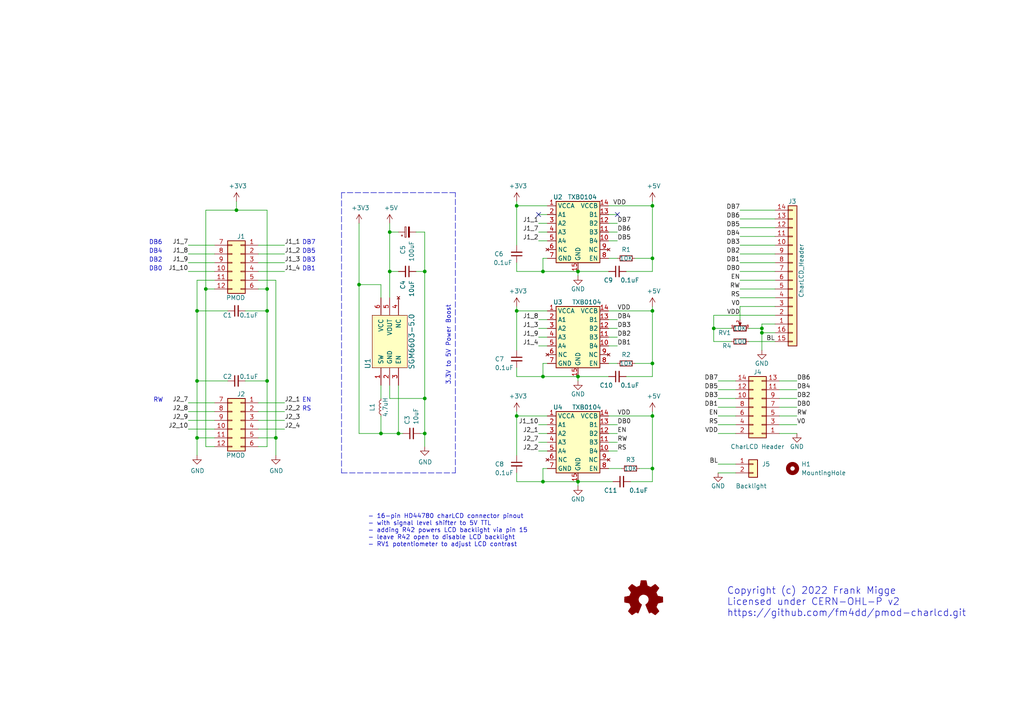
<source format=kicad_sch>
(kicad_sch (version 20211123) (generator eeschema)

  (uuid c4e63d4f-b08d-475d-87a6-347c77d9a883)

  (paper "A4")

  (title_block
    (title "PMOD CHARLCD")
    (date "2022-12-03")
    (rev "V1.0")
  )

  (lib_symbols
    (symbol "7seg9-rescue:CP_Small-Device" (pin_numbers hide) (pin_names (offset 0.254) hide) (in_bom yes) (on_board yes)
      (property "Reference" "C" (id 0) (at 0.254 1.778 0)
        (effects (font (size 1.27 1.27)) (justify left))
      )
      (property "Value" "CP_Small-Device" (id 1) (at 0.254 -2.032 0)
        (effects (font (size 1.27 1.27)) (justify left))
      )
      (property "Footprint" "" (id 2) (at 0 0 0)
        (effects (font (size 1.27 1.27)) hide)
      )
      (property "Datasheet" "" (id 3) (at 0 0 0)
        (effects (font (size 1.27 1.27)) hide)
      )
      (property "ki_fp_filters" "CP_*" (id 4) (at 0 0 0)
        (effects (font (size 1.27 1.27)) hide)
      )
      (symbol "CP_Small-Device_0_1"
        (rectangle (start -1.524 -0.3048) (end 1.524 -0.6858)
          (stroke (width 0) (type default) (color 0 0 0 0))
          (fill (type outline))
        )
        (rectangle (start -1.524 0.6858) (end 1.524 0.3048)
          (stroke (width 0) (type default) (color 0 0 0 0))
          (fill (type none))
        )
        (polyline
          (pts
            (xy -1.27 1.524)
            (xy -0.762 1.524)
          )
          (stroke (width 0) (type default) (color 0 0 0 0))
          (fill (type none))
        )
        (polyline
          (pts
            (xy -1.016 1.27)
            (xy -1.016 1.778)
          )
          (stroke (width 0) (type default) (color 0 0 0 0))
          (fill (type none))
        )
      )
      (symbol "CP_Small-Device_1_1"
        (pin passive line (at 0 2.54 270) (length 1.8542)
          (name "~" (effects (font (size 1.27 1.27))))
          (number "1" (effects (font (size 1.27 1.27))))
        )
        (pin passive line (at 0 -2.54 90) (length 1.8542)
          (name "~" (effects (font (size 1.27 1.27))))
          (number "2" (effects (font (size 1.27 1.27))))
        )
      )
    )
    (symbol "7seg9-rescue:SGM6603-5.0-01_FM4DD" (pin_names (offset 1.016)) (in_bom yes) (on_board yes)
      (property "Reference" "U?" (id 0) (at -6.35 11.43 0)
        (effects (font (size 1.524 1.524)))
      )
      (property "Value" "SGM6603-5.0-01_FM4DD" (id 1) (at 0 -1.27 0)
        (effects (font (size 1.524 1.524)))
      )
      (property "Footprint" "Package_TO_SOT_SMD:SOT-23-6" (id 2) (at 0 -6.35 0)
        (effects (font (size 1.524 1.524)) hide)
      )
      (property "Datasheet" "" (id 3) (at 0 0 0)
        (effects (font (size 1.524 1.524)) hide)
      )
      (property "Vendor" "SG Micro, LCSC" (id 4) (at -1.27 -8.89 0)
        (effects (font (size 1.524 1.524)) hide)
      )
      (property "Vendor Part Number" "L6920DB" (id 5) (at -1.27 -3.81 0)
        (effects (font (size 1.524 1.524)) hide)
      )
      (symbol "SGM6603-5.0-01_FM4DD_0_1"
        (rectangle (start -7.62 10.16) (end 7.62 0)
          (stroke (width 0) (type default) (color 0 0 0 0))
          (fill (type background))
        )
      )
      (symbol "SGM6603-5.0-01_FM4DD_1_1"
        (pin input line (at -12.7 7.62 0) (length 5.08)
          (name "SW" (effects (font (size 1.27 1.27))))
          (number "1" (effects (font (size 1.27 1.27))))
        )
        (pin passive line (at -12.7 5.08 0) (length 5.08)
          (name "GND" (effects (font (size 1.27 1.27))))
          (number "2" (effects (font (size 1.27 1.27))))
        )
        (pin input line (at -12.7 2.54 0) (length 5.08)
          (name "EN" (effects (font (size 1.27 1.27))))
          (number "3" (effects (font (size 1.27 1.27))))
        )
        (pin no_connect line (at 12.7 2.54 180) (length 5.08)
          (name "NC" (effects (font (size 1.27 1.27))))
          (number "4" (effects (font (size 1.27 1.27))))
        )
        (pin power_out line (at 12.7 5.08 180) (length 5.08)
          (name "VOUT" (effects (font (size 1.27 1.27))))
          (number "5" (effects (font (size 1.27 1.27))))
        )
        (pin power_in line (at 12.7 7.62 180) (length 5.08)
          (name "VCC" (effects (font (size 1.27 1.27))))
          (number "6" (effects (font (size 1.27 1.27))))
        )
      )
    )
    (symbol "Connector_Generic:Conn_01x02" (pin_names (offset 1.016) hide) (in_bom yes) (on_board yes)
      (property "Reference" "J" (id 0) (at 0 2.54 0)
        (effects (font (size 1.27 1.27)))
      )
      (property "Value" "Conn_01x02" (id 1) (at 0 -5.08 0)
        (effects (font (size 1.27 1.27)))
      )
      (property "Footprint" "" (id 2) (at 0 0 0)
        (effects (font (size 1.27 1.27)) hide)
      )
      (property "Datasheet" "~" (id 3) (at 0 0 0)
        (effects (font (size 1.27 1.27)) hide)
      )
      (property "ki_keywords" "connector" (id 4) (at 0 0 0)
        (effects (font (size 1.27 1.27)) hide)
      )
      (property "ki_description" "Generic connector, single row, 01x02, script generated (kicad-library-utils/schlib/autogen/connector/)" (id 5) (at 0 0 0)
        (effects (font (size 1.27 1.27)) hide)
      )
      (property "ki_fp_filters" "Connector*:*_1x??_*" (id 6) (at 0 0 0)
        (effects (font (size 1.27 1.27)) hide)
      )
      (symbol "Conn_01x02_1_1"
        (rectangle (start -1.27 -2.413) (end 0 -2.667)
          (stroke (width 0.1524) (type default) (color 0 0 0 0))
          (fill (type none))
        )
        (rectangle (start -1.27 0.127) (end 0 -0.127)
          (stroke (width 0.1524) (type default) (color 0 0 0 0))
          (fill (type none))
        )
        (rectangle (start -1.27 1.27) (end 1.27 -3.81)
          (stroke (width 0.254) (type default) (color 0 0 0 0))
          (fill (type background))
        )
        (pin passive line (at -5.08 0 0) (length 3.81)
          (name "Pin_1" (effects (font (size 1.27 1.27))))
          (number "1" (effects (font (size 1.27 1.27))))
        )
        (pin passive line (at -5.08 -2.54 0) (length 3.81)
          (name "Pin_2" (effects (font (size 1.27 1.27))))
          (number "2" (effects (font (size 1.27 1.27))))
        )
      )
    )
    (symbol "Connector_Generic:Conn_02x06_Top_Bottom" (pin_names (offset 1.016) hide) (in_bom yes) (on_board yes)
      (property "Reference" "J" (id 0) (at 1.27 7.62 0)
        (effects (font (size 1.27 1.27)))
      )
      (property "Value" "Conn_02x06_Top_Bottom" (id 1) (at 1.27 -10.16 0)
        (effects (font (size 1.27 1.27)))
      )
      (property "Footprint" "" (id 2) (at 0 0 0)
        (effects (font (size 1.27 1.27)) hide)
      )
      (property "Datasheet" "~" (id 3) (at 0 0 0)
        (effects (font (size 1.27 1.27)) hide)
      )
      (property "ki_keywords" "connector" (id 4) (at 0 0 0)
        (effects (font (size 1.27 1.27)) hide)
      )
      (property "ki_description" "Generic connector, double row, 02x06, top/bottom pin numbering scheme (row 1: 1...pins_per_row, row2: pins_per_row+1 ... num_pins), script generated (kicad-library-utils/schlib/autogen/connector/)" (id 5) (at 0 0 0)
        (effects (font (size 1.27 1.27)) hide)
      )
      (property "ki_fp_filters" "Connector*:*_2x??_*" (id 6) (at 0 0 0)
        (effects (font (size 1.27 1.27)) hide)
      )
      (symbol "Conn_02x06_Top_Bottom_1_1"
        (rectangle (start -1.27 -7.493) (end 0 -7.747)
          (stroke (width 0.1524) (type default) (color 0 0 0 0))
          (fill (type none))
        )
        (rectangle (start -1.27 -4.953) (end 0 -5.207)
          (stroke (width 0.1524) (type default) (color 0 0 0 0))
          (fill (type none))
        )
        (rectangle (start -1.27 -2.413) (end 0 -2.667)
          (stroke (width 0.1524) (type default) (color 0 0 0 0))
          (fill (type none))
        )
        (rectangle (start -1.27 0.127) (end 0 -0.127)
          (stroke (width 0.1524) (type default) (color 0 0 0 0))
          (fill (type none))
        )
        (rectangle (start -1.27 2.667) (end 0 2.413)
          (stroke (width 0.1524) (type default) (color 0 0 0 0))
          (fill (type none))
        )
        (rectangle (start -1.27 5.207) (end 0 4.953)
          (stroke (width 0.1524) (type default) (color 0 0 0 0))
          (fill (type none))
        )
        (rectangle (start -1.27 6.35) (end 3.81 -8.89)
          (stroke (width 0.254) (type default) (color 0 0 0 0))
          (fill (type background))
        )
        (rectangle (start 3.81 -7.493) (end 2.54 -7.747)
          (stroke (width 0.1524) (type default) (color 0 0 0 0))
          (fill (type none))
        )
        (rectangle (start 3.81 -4.953) (end 2.54 -5.207)
          (stroke (width 0.1524) (type default) (color 0 0 0 0))
          (fill (type none))
        )
        (rectangle (start 3.81 -2.413) (end 2.54 -2.667)
          (stroke (width 0.1524) (type default) (color 0 0 0 0))
          (fill (type none))
        )
        (rectangle (start 3.81 0.127) (end 2.54 -0.127)
          (stroke (width 0.1524) (type default) (color 0 0 0 0))
          (fill (type none))
        )
        (rectangle (start 3.81 2.667) (end 2.54 2.413)
          (stroke (width 0.1524) (type default) (color 0 0 0 0))
          (fill (type none))
        )
        (rectangle (start 3.81 5.207) (end 2.54 4.953)
          (stroke (width 0.1524) (type default) (color 0 0 0 0))
          (fill (type none))
        )
        (pin passive line (at -5.08 5.08 0) (length 3.81)
          (name "Pin_1" (effects (font (size 1.27 1.27))))
          (number "1" (effects (font (size 1.27 1.27))))
        )
        (pin passive line (at 7.62 -2.54 180) (length 3.81)
          (name "Pin_10" (effects (font (size 1.27 1.27))))
          (number "10" (effects (font (size 1.27 1.27))))
        )
        (pin passive line (at 7.62 -5.08 180) (length 3.81)
          (name "Pin_11" (effects (font (size 1.27 1.27))))
          (number "11" (effects (font (size 1.27 1.27))))
        )
        (pin passive line (at 7.62 -7.62 180) (length 3.81)
          (name "Pin_12" (effects (font (size 1.27 1.27))))
          (number "12" (effects (font (size 1.27 1.27))))
        )
        (pin passive line (at -5.08 2.54 0) (length 3.81)
          (name "Pin_2" (effects (font (size 1.27 1.27))))
          (number "2" (effects (font (size 1.27 1.27))))
        )
        (pin passive line (at -5.08 0 0) (length 3.81)
          (name "Pin_3" (effects (font (size 1.27 1.27))))
          (number "3" (effects (font (size 1.27 1.27))))
        )
        (pin passive line (at -5.08 -2.54 0) (length 3.81)
          (name "Pin_4" (effects (font (size 1.27 1.27))))
          (number "4" (effects (font (size 1.27 1.27))))
        )
        (pin passive line (at -5.08 -5.08 0) (length 3.81)
          (name "Pin_5" (effects (font (size 1.27 1.27))))
          (number "5" (effects (font (size 1.27 1.27))))
        )
        (pin passive line (at -5.08 -7.62 0) (length 3.81)
          (name "Pin_6" (effects (font (size 1.27 1.27))))
          (number "6" (effects (font (size 1.27 1.27))))
        )
        (pin passive line (at 7.62 5.08 180) (length 3.81)
          (name "Pin_7" (effects (font (size 1.27 1.27))))
          (number "7" (effects (font (size 1.27 1.27))))
        )
        (pin passive line (at 7.62 2.54 180) (length 3.81)
          (name "Pin_8" (effects (font (size 1.27 1.27))))
          (number "8" (effects (font (size 1.27 1.27))))
        )
        (pin passive line (at 7.62 0 180) (length 3.81)
          (name "Pin_9" (effects (font (size 1.27 1.27))))
          (number "9" (effects (font (size 1.27 1.27))))
        )
      )
    )
    (symbol "Connector_Generic:Conn_02x07_Odd_Even" (pin_names (offset 1.016) hide) (in_bom yes) (on_board yes)
      (property "Reference" "J" (id 0) (at 1.27 10.16 0)
        (effects (font (size 1.27 1.27)))
      )
      (property "Value" "Conn_02x07_Odd_Even" (id 1) (at 1.27 -10.16 0)
        (effects (font (size 1.27 1.27)))
      )
      (property "Footprint" "" (id 2) (at 0 0 0)
        (effects (font (size 1.27 1.27)) hide)
      )
      (property "Datasheet" "~" (id 3) (at 0 0 0)
        (effects (font (size 1.27 1.27)) hide)
      )
      (property "ki_keywords" "connector" (id 4) (at 0 0 0)
        (effects (font (size 1.27 1.27)) hide)
      )
      (property "ki_description" "Generic connector, double row, 02x07, odd/even pin numbering scheme (row 1 odd numbers, row 2 even numbers), script generated (kicad-library-utils/schlib/autogen/connector/)" (id 5) (at 0 0 0)
        (effects (font (size 1.27 1.27)) hide)
      )
      (property "ki_fp_filters" "Connector*:*_2x??_*" (id 6) (at 0 0 0)
        (effects (font (size 1.27 1.27)) hide)
      )
      (symbol "Conn_02x07_Odd_Even_1_1"
        (rectangle (start -1.27 -7.493) (end 0 -7.747)
          (stroke (width 0.1524) (type default) (color 0 0 0 0))
          (fill (type none))
        )
        (rectangle (start -1.27 -4.953) (end 0 -5.207)
          (stroke (width 0.1524) (type default) (color 0 0 0 0))
          (fill (type none))
        )
        (rectangle (start -1.27 -2.413) (end 0 -2.667)
          (stroke (width 0.1524) (type default) (color 0 0 0 0))
          (fill (type none))
        )
        (rectangle (start -1.27 0.127) (end 0 -0.127)
          (stroke (width 0.1524) (type default) (color 0 0 0 0))
          (fill (type none))
        )
        (rectangle (start -1.27 2.667) (end 0 2.413)
          (stroke (width 0.1524) (type default) (color 0 0 0 0))
          (fill (type none))
        )
        (rectangle (start -1.27 5.207) (end 0 4.953)
          (stroke (width 0.1524) (type default) (color 0 0 0 0))
          (fill (type none))
        )
        (rectangle (start -1.27 7.747) (end 0 7.493)
          (stroke (width 0.1524) (type default) (color 0 0 0 0))
          (fill (type none))
        )
        (rectangle (start -1.27 8.89) (end 3.81 -8.89)
          (stroke (width 0.254) (type default) (color 0 0 0 0))
          (fill (type background))
        )
        (rectangle (start 3.81 -7.493) (end 2.54 -7.747)
          (stroke (width 0.1524) (type default) (color 0 0 0 0))
          (fill (type none))
        )
        (rectangle (start 3.81 -4.953) (end 2.54 -5.207)
          (stroke (width 0.1524) (type default) (color 0 0 0 0))
          (fill (type none))
        )
        (rectangle (start 3.81 -2.413) (end 2.54 -2.667)
          (stroke (width 0.1524) (type default) (color 0 0 0 0))
          (fill (type none))
        )
        (rectangle (start 3.81 0.127) (end 2.54 -0.127)
          (stroke (width 0.1524) (type default) (color 0 0 0 0))
          (fill (type none))
        )
        (rectangle (start 3.81 2.667) (end 2.54 2.413)
          (stroke (width 0.1524) (type default) (color 0 0 0 0))
          (fill (type none))
        )
        (rectangle (start 3.81 5.207) (end 2.54 4.953)
          (stroke (width 0.1524) (type default) (color 0 0 0 0))
          (fill (type none))
        )
        (rectangle (start 3.81 7.747) (end 2.54 7.493)
          (stroke (width 0.1524) (type default) (color 0 0 0 0))
          (fill (type none))
        )
        (pin passive line (at -5.08 7.62 0) (length 3.81)
          (name "Pin_1" (effects (font (size 1.27 1.27))))
          (number "1" (effects (font (size 1.27 1.27))))
        )
        (pin passive line (at 7.62 -2.54 180) (length 3.81)
          (name "Pin_10" (effects (font (size 1.27 1.27))))
          (number "10" (effects (font (size 1.27 1.27))))
        )
        (pin passive line (at -5.08 -5.08 0) (length 3.81)
          (name "Pin_11" (effects (font (size 1.27 1.27))))
          (number "11" (effects (font (size 1.27 1.27))))
        )
        (pin passive line (at 7.62 -5.08 180) (length 3.81)
          (name "Pin_12" (effects (font (size 1.27 1.27))))
          (number "12" (effects (font (size 1.27 1.27))))
        )
        (pin passive line (at -5.08 -7.62 0) (length 3.81)
          (name "Pin_13" (effects (font (size 1.27 1.27))))
          (number "13" (effects (font (size 1.27 1.27))))
        )
        (pin passive line (at 7.62 -7.62 180) (length 3.81)
          (name "Pin_14" (effects (font (size 1.27 1.27))))
          (number "14" (effects (font (size 1.27 1.27))))
        )
        (pin passive line (at 7.62 7.62 180) (length 3.81)
          (name "Pin_2" (effects (font (size 1.27 1.27))))
          (number "2" (effects (font (size 1.27 1.27))))
        )
        (pin passive line (at -5.08 5.08 0) (length 3.81)
          (name "Pin_3" (effects (font (size 1.27 1.27))))
          (number "3" (effects (font (size 1.27 1.27))))
        )
        (pin passive line (at 7.62 5.08 180) (length 3.81)
          (name "Pin_4" (effects (font (size 1.27 1.27))))
          (number "4" (effects (font (size 1.27 1.27))))
        )
        (pin passive line (at -5.08 2.54 0) (length 3.81)
          (name "Pin_5" (effects (font (size 1.27 1.27))))
          (number "5" (effects (font (size 1.27 1.27))))
        )
        (pin passive line (at 7.62 2.54 180) (length 3.81)
          (name "Pin_6" (effects (font (size 1.27 1.27))))
          (number "6" (effects (font (size 1.27 1.27))))
        )
        (pin passive line (at -5.08 0 0) (length 3.81)
          (name "Pin_7" (effects (font (size 1.27 1.27))))
          (number "7" (effects (font (size 1.27 1.27))))
        )
        (pin passive line (at 7.62 0 180) (length 3.81)
          (name "Pin_8" (effects (font (size 1.27 1.27))))
          (number "8" (effects (font (size 1.27 1.27))))
        )
        (pin passive line (at -5.08 -2.54 0) (length 3.81)
          (name "Pin_9" (effects (font (size 1.27 1.27))))
          (number "9" (effects (font (size 1.27 1.27))))
        )
      )
    )
    (symbol "Device:C_Small" (pin_numbers hide) (pin_names (offset 0.254) hide) (in_bom yes) (on_board yes)
      (property "Reference" "C" (id 0) (at 0.254 1.778 0)
        (effects (font (size 1.27 1.27)) (justify left))
      )
      (property "Value" "C_Small" (id 1) (at 0.254 -2.032 0)
        (effects (font (size 1.27 1.27)) (justify left))
      )
      (property "Footprint" "" (id 2) (at 0 0 0)
        (effects (font (size 1.27 1.27)) hide)
      )
      (property "Datasheet" "~" (id 3) (at 0 0 0)
        (effects (font (size 1.27 1.27)) hide)
      )
      (property "ki_keywords" "capacitor cap" (id 4) (at 0 0 0)
        (effects (font (size 1.27 1.27)) hide)
      )
      (property "ki_description" "Unpolarized capacitor, small symbol" (id 5) (at 0 0 0)
        (effects (font (size 1.27 1.27)) hide)
      )
      (property "ki_fp_filters" "C_*" (id 6) (at 0 0 0)
        (effects (font (size 1.27 1.27)) hide)
      )
      (symbol "C_Small_0_1"
        (polyline
          (pts
            (xy -1.524 -0.508)
            (xy 1.524 -0.508)
          )
          (stroke (width 0.3302) (type default) (color 0 0 0 0))
          (fill (type none))
        )
        (polyline
          (pts
            (xy -1.524 0.508)
            (xy 1.524 0.508)
          )
          (stroke (width 0.3048) (type default) (color 0 0 0 0))
          (fill (type none))
        )
      )
      (symbol "C_Small_1_1"
        (pin passive line (at 0 2.54 270) (length 2.032)
          (name "~" (effects (font (size 1.27 1.27))))
          (number "1" (effects (font (size 1.27 1.27))))
        )
        (pin passive line (at 0 -2.54 90) (length 2.032)
          (name "~" (effects (font (size 1.27 1.27))))
          (number "2" (effects (font (size 1.27 1.27))))
        )
      )
    )
    (symbol "Device:L_Small" (pin_numbers hide) (pin_names (offset 0.254) hide) (in_bom yes) (on_board yes)
      (property "Reference" "L" (id 0) (at 0.762 1.016 0)
        (effects (font (size 1.27 1.27)) (justify left))
      )
      (property "Value" "L_Small" (id 1) (at 0.762 -1.016 0)
        (effects (font (size 1.27 1.27)) (justify left))
      )
      (property "Footprint" "" (id 2) (at 0 0 0)
        (effects (font (size 1.27 1.27)) hide)
      )
      (property "Datasheet" "~" (id 3) (at 0 0 0)
        (effects (font (size 1.27 1.27)) hide)
      )
      (property "ki_keywords" "inductor choke coil reactor magnetic" (id 4) (at 0 0 0)
        (effects (font (size 1.27 1.27)) hide)
      )
      (property "ki_description" "Inductor, small symbol" (id 5) (at 0 0 0)
        (effects (font (size 1.27 1.27)) hide)
      )
      (property "ki_fp_filters" "Choke_* *Coil* Inductor_* L_*" (id 6) (at 0 0 0)
        (effects (font (size 1.27 1.27)) hide)
      )
      (symbol "L_Small_0_1"
        (arc (start 0 -2.032) (mid 0.508 -1.524) (end 0 -1.016)
          (stroke (width 0) (type default) (color 0 0 0 0))
          (fill (type none))
        )
        (arc (start 0 -1.016) (mid 0.508 -0.508) (end 0 0)
          (stroke (width 0) (type default) (color 0 0 0 0))
          (fill (type none))
        )
        (arc (start 0 0) (mid 0.508 0.508) (end 0 1.016)
          (stroke (width 0) (type default) (color 0 0 0 0))
          (fill (type none))
        )
        (arc (start 0 1.016) (mid 0.508 1.524) (end 0 2.032)
          (stroke (width 0) (type default) (color 0 0 0 0))
          (fill (type none))
        )
      )
      (symbol "L_Small_1_1"
        (pin passive line (at 0 2.54 270) (length 0.508)
          (name "~" (effects (font (size 1.27 1.27))))
          (number "1" (effects (font (size 1.27 1.27))))
        )
        (pin passive line (at 0 -2.54 90) (length 0.508)
          (name "~" (effects (font (size 1.27 1.27))))
          (number "2" (effects (font (size 1.27 1.27))))
        )
      )
    )
    (symbol "Device:R_Potentiometer_Small" (pin_names (offset 1.016) hide) (in_bom yes) (on_board yes)
      (property "Reference" "RV" (id 0) (at -4.445 0 90)
        (effects (font (size 1.27 1.27)))
      )
      (property "Value" "R_Potentiometer_Small" (id 1) (at -2.54 0 90)
        (effects (font (size 1.27 1.27)))
      )
      (property "Footprint" "" (id 2) (at 0 0 0)
        (effects (font (size 1.27 1.27)) hide)
      )
      (property "Datasheet" "~" (id 3) (at 0 0 0)
        (effects (font (size 1.27 1.27)) hide)
      )
      (property "ki_keywords" "resistor variable" (id 4) (at 0 0 0)
        (effects (font (size 1.27 1.27)) hide)
      )
      (property "ki_description" "Potentiometer" (id 5) (at 0 0 0)
        (effects (font (size 1.27 1.27)) hide)
      )
      (property "ki_fp_filters" "Potentiometer*" (id 6) (at 0 0 0)
        (effects (font (size 1.27 1.27)) hide)
      )
      (symbol "R_Potentiometer_Small_0_1"
        (polyline
          (pts
            (xy 0.889 0)
            (xy 0.635 0)
            (xy 1.651 0.381)
            (xy 1.651 -0.381)
            (xy 0.635 0)
            (xy 0.889 0)
          )
          (stroke (width 0) (type default) (color 0 0 0 0))
          (fill (type outline))
        )
        (rectangle (start 0.762 1.8034) (end -0.762 -1.8034)
          (stroke (width 0.254) (type default) (color 0 0 0 0))
          (fill (type none))
        )
      )
      (symbol "R_Potentiometer_Small_1_1"
        (pin passive line (at 0 2.54 270) (length 0.635)
          (name "1" (effects (font (size 0.635 0.635))))
          (number "1" (effects (font (size 0.635 0.635))))
        )
        (pin passive line (at 2.54 0 180) (length 0.9906)
          (name "2" (effects (font (size 0.635 0.635))))
          (number "2" (effects (font (size 0.635 0.635))))
        )
        (pin passive line (at 0 -2.54 90) (length 0.635)
          (name "3" (effects (font (size 0.635 0.635))))
          (number "3" (effects (font (size 0.635 0.635))))
        )
      )
    )
    (symbol "Device:R_Small" (pin_numbers hide) (pin_names (offset 0.254) hide) (in_bom yes) (on_board yes)
      (property "Reference" "R" (id 0) (at 0.762 0.508 0)
        (effects (font (size 1.27 1.27)) (justify left))
      )
      (property "Value" "R_Small" (id 1) (at 0.762 -1.016 0)
        (effects (font (size 1.27 1.27)) (justify left))
      )
      (property "Footprint" "" (id 2) (at 0 0 0)
        (effects (font (size 1.27 1.27)) hide)
      )
      (property "Datasheet" "~" (id 3) (at 0 0 0)
        (effects (font (size 1.27 1.27)) hide)
      )
      (property "ki_keywords" "R resistor" (id 4) (at 0 0 0)
        (effects (font (size 1.27 1.27)) hide)
      )
      (property "ki_description" "Resistor, small symbol" (id 5) (at 0 0 0)
        (effects (font (size 1.27 1.27)) hide)
      )
      (property "ki_fp_filters" "R_*" (id 6) (at 0 0 0)
        (effects (font (size 1.27 1.27)) hide)
      )
      (symbol "R_Small_0_1"
        (rectangle (start -0.762 1.778) (end 0.762 -1.778)
          (stroke (width 0.2032) (type default) (color 0 0 0 0))
          (fill (type none))
        )
      )
      (symbol "R_Small_1_1"
        (pin passive line (at 0 2.54 270) (length 0.762)
          (name "~" (effects (font (size 1.27 1.27))))
          (number "1" (effects (font (size 1.27 1.27))))
        )
        (pin passive line (at 0 -2.54 90) (length 0.762)
          (name "~" (effects (font (size 1.27 1.27))))
          (number "2" (effects (font (size 1.27 1.27))))
        )
      )
    )
    (symbol "FM4DD:CharLCD_Header" (pin_names (offset 1.016) hide) (in_bom yes) (on_board yes)
      (property "Reference" "J1" (id 0) (at -1.27 20.32 0)
        (effects (font (size 1.27 1.27)) (justify left))
      )
      (property "Value" "CharLCD_Header" (id 1) (at 2.54 -6.35 90)
        (effects (font (size 1.27 1.27)) (justify left))
      )
      (property "Footprint" "CharLCD" (id 2) (at 0.508 -25.146 0)
        (effects (font (size 1.27 1.27)) hide)
      )
      (property "Datasheet" "~" (id 3) (at 0 0 0)
        (effects (font (size 1.27 1.27)) hide)
      )
      (property "ki_keywords" "connector" (id 4) (at 0 0 0)
        (effects (font (size 1.27 1.27)) hide)
      )
      (property "ki_description" "Generic connector, single row, 01x16, script generated (kicad-library-utils/schlib/autogen/connector/)" (id 5) (at 0 0 0)
        (effects (font (size 1.27 1.27)) hide)
      )
      (property "ki_fp_filters" "Connector*:*_1x??_*" (id 6) (at 0 0 0)
        (effects (font (size 1.27 1.27)) hide)
      )
      (symbol "CharLCD_Header_1_1"
        (rectangle (start -1.27 -20.193) (end 0 -20.447)
          (stroke (width 0.1524) (type default) (color 0 0 0 0))
          (fill (type none))
        )
        (rectangle (start -1.27 -17.653) (end 0 -17.907)
          (stroke (width 0.1524) (type default) (color 0 0 0 0))
          (fill (type none))
        )
        (rectangle (start -1.27 -15.113) (end 0 -15.367)
          (stroke (width 0.1524) (type default) (color 0 0 0 0))
          (fill (type none))
        )
        (rectangle (start -1.27 -12.573) (end 0 -12.827)
          (stroke (width 0.1524) (type default) (color 0 0 0 0))
          (fill (type none))
        )
        (rectangle (start -1.27 -10.033) (end 0 -10.287)
          (stroke (width 0.1524) (type default) (color 0 0 0 0))
          (fill (type none))
        )
        (rectangle (start -1.27 -7.493) (end 0 -7.747)
          (stroke (width 0.1524) (type default) (color 0 0 0 0))
          (fill (type none))
        )
        (rectangle (start -1.27 -4.953) (end 0 -5.207)
          (stroke (width 0.1524) (type default) (color 0 0 0 0))
          (fill (type none))
        )
        (rectangle (start -1.27 -2.413) (end 0 -2.667)
          (stroke (width 0.1524) (type default) (color 0 0 0 0))
          (fill (type none))
        )
        (rectangle (start -1.27 0.127) (end 0 -0.127)
          (stroke (width 0.1524) (type default) (color 0 0 0 0))
          (fill (type none))
        )
        (rectangle (start -1.27 2.667) (end 0 2.413)
          (stroke (width 0.1524) (type default) (color 0 0 0 0))
          (fill (type none))
        )
        (rectangle (start -1.27 5.207) (end 0 4.953)
          (stroke (width 0.1524) (type default) (color 0 0 0 0))
          (fill (type none))
        )
        (rectangle (start -1.27 7.747) (end 0 7.493)
          (stroke (width 0.1524) (type default) (color 0 0 0 0))
          (fill (type none))
        )
        (rectangle (start -1.27 10.287) (end 0 10.033)
          (stroke (width 0.1524) (type default) (color 0 0 0 0))
          (fill (type none))
        )
        (rectangle (start -1.27 12.827) (end 0 12.573)
          (stroke (width 0.1524) (type default) (color 0 0 0 0))
          (fill (type none))
        )
        (rectangle (start -1.27 15.367) (end 0 15.113)
          (stroke (width 0.1524) (type default) (color 0 0 0 0))
          (fill (type none))
        )
        (rectangle (start -1.27 17.907) (end 0 17.653)
          (stroke (width 0.1524) (type default) (color 0 0 0 0))
          (fill (type none))
        )
        (rectangle (start -1.27 19.05) (end 1.27 -21.59)
          (stroke (width 0.254) (type default) (color 0 0 0 0))
          (fill (type background))
        )
        (pin passive line (at -5.08 -15.24 0) (length 3.81)
          (name "Pin_1" (effects (font (size 1.27 1.27))))
          (number "1" (effects (font (size 1.27 1.27))))
        )
        (pin passive line (at -5.08 7.62 0) (length 3.81)
          (name "Pin_10" (effects (font (size 1.27 1.27))))
          (number "10" (effects (font (size 1.27 1.27))))
        )
        (pin passive line (at -5.08 10.16 0) (length 3.81)
          (name "Pin_11" (effects (font (size 1.27 1.27))))
          (number "11" (effects (font (size 1.27 1.27))))
        )
        (pin passive line (at -5.08 12.7 0) (length 3.81)
          (name "Pin_12" (effects (font (size 1.27 1.27))))
          (number "12" (effects (font (size 1.27 1.27))))
        )
        (pin passive line (at -5.08 15.24 0) (length 3.81)
          (name "Pin_13" (effects (font (size 1.27 1.27))))
          (number "13" (effects (font (size 1.27 1.27))))
        )
        (pin passive line (at -5.08 17.78 0) (length 3.81)
          (name "Pin_14" (effects (font (size 1.27 1.27))))
          (number "14" (effects (font (size 1.27 1.27))))
        )
        (pin passive line (at -5.08 -20.32 0) (length 3.81)
          (name "Pin_15" (effects (font (size 1.27 1.27))))
          (number "15" (effects (font (size 1.27 1.27))))
        )
        (pin passive line (at -5.08 -17.78 0) (length 3.81)
          (name "Pin_16" (effects (font (size 1.27 1.27))))
          (number "16" (effects (font (size 1.27 1.27))))
        )
        (pin passive line (at -5.08 -12.7 0) (length 3.81)
          (name "Pin_2" (effects (font (size 1.27 1.27))))
          (number "2" (effects (font (size 1.27 1.27))))
        )
        (pin passive line (at -5.08 -10.16 0) (length 3.81)
          (name "Pin_3" (effects (font (size 1.27 1.27))))
          (number "3" (effects (font (size 1.27 1.27))))
        )
        (pin passive line (at -5.08 -7.62 0) (length 3.81)
          (name "Pin_4" (effects (font (size 1.27 1.27))))
          (number "4" (effects (font (size 1.27 1.27))))
        )
        (pin passive line (at -5.08 -5.08 0) (length 3.81)
          (name "Pin_5" (effects (font (size 1.27 1.27))))
          (number "5" (effects (font (size 1.27 1.27))))
        )
        (pin passive line (at -5.08 -2.54 0) (length 3.81)
          (name "Pin_6" (effects (font (size 1.27 1.27))))
          (number "6" (effects (font (size 1.27 1.27))))
        )
        (pin passive line (at -5.08 0 0) (length 3.81)
          (name "Pin_7" (effects (font (size 1.27 1.27))))
          (number "7" (effects (font (size 1.27 1.27))))
        )
        (pin passive line (at -5.08 2.54 0) (length 3.81)
          (name "Pin_8" (effects (font (size 1.27 1.27))))
          (number "8" (effects (font (size 1.27 1.27))))
        )
        (pin passive line (at -5.08 5.08 0) (length 3.81)
          (name "Pin_9" (effects (font (size 1.27 1.27))))
          (number "9" (effects (font (size 1.27 1.27))))
        )
      )
    )
    (symbol "FM4DD:TXB0104" (in_bom yes) (on_board yes)
      (property "Reference" "U" (id 0) (at -5.842 10.16 0)
        (effects (font (size 1.27 1.27)))
      )
      (property "Value" "TXB0104" (id 1) (at 0 0.762 90)
        (effects (font (size 1.27 1.27)))
      )
      (property "Footprint" "FM4DD:S-PVQFN-N14-1EP_3.65x3.65_P0.5_EP2.05x2.05" (id 2) (at 1.524 -15.494 0)
        (effects (font (size 1.27 1.27)) hide)
      )
      (property "Datasheet" "https://www.ti.com/lit/ds/symlink/txb0104.pdf" (id 3) (at 1.778 -17.526 0)
        (effects (font (size 1.27 1.27)) hide)
      )
      (property "ki_keywords" "Level Shifter" (id 4) (at 0 0 0)
        (effects (font (size 1.27 1.27)) hide)
      )
      (property "ki_description" "Push-pull Bi-Directional Auto-direction Level Shifter" (id 5) (at 0 0 0)
        (effects (font (size 1.27 1.27)) hide)
      )
      (property "ki_fp_filters" "SOIC*3.9x4.9mm*P1.27mm*" (id 6) (at 0 0 0)
        (effects (font (size 1.27 1.27)) hide)
      )
      (symbol "TXB0104_1_1"
        (rectangle (start -6.35 8.89) (end 6.35 -8.89)
          (stroke (width 0.254) (type default) (color 0 0 0 0))
          (fill (type background))
        )
        (pin power_in line (at -8.89 7.62 0) (length 2.54)
          (name "VCCA" (effects (font (size 1.27 1.27))))
          (number "1" (effects (font (size 1.27 1.27))))
        )
        (pin bidirectional line (at 8.89 -2.54 180) (length 2.54)
          (name "B4" (effects (font (size 1.27 1.27))))
          (number "10" (effects (font (size 1.27 1.27))))
        )
        (pin bidirectional line (at 8.89 0 180) (length 2.54)
          (name "B3" (effects (font (size 1.27 1.27))))
          (number "11" (effects (font (size 1.27 1.27))))
        )
        (pin bidirectional line (at 8.89 2.54 180) (length 2.54)
          (name "B2" (effects (font (size 1.27 1.27))))
          (number "12" (effects (font (size 1.27 1.27))))
        )
        (pin bidirectional line (at 8.89 5.08 180) (length 2.54)
          (name "B1" (effects (font (size 1.27 1.27))))
          (number "13" (effects (font (size 1.27 1.27))))
        )
        (pin power_in line (at 8.89 7.62 180) (length 2.54)
          (name "VCCB" (effects (font (size 1.27 1.27))))
          (number "14" (effects (font (size 1.27 1.27))))
        )
        (pin power_in line (at 0 -11.43 90) (length 2.54)
          (name "GND" (effects (font (size 1.27 1.27))))
          (number "15" (effects (font (size 1.27 1.27))))
        )
        (pin bidirectional line (at -8.89 5.08 0) (length 2.54)
          (name "A1" (effects (font (size 1.27 1.27))))
          (number "2" (effects (font (size 1.27 1.27))))
        )
        (pin bidirectional line (at -8.89 2.54 0) (length 2.54)
          (name "A2" (effects (font (size 1.27 1.27))))
          (number "3" (effects (font (size 1.27 1.27))))
        )
        (pin bidirectional line (at -8.89 0 0) (length 2.54)
          (name "A3" (effects (font (size 1.27 1.27))))
          (number "4" (effects (font (size 1.27 1.27))))
        )
        (pin bidirectional line (at -8.89 -2.54 0) (length 2.54)
          (name "A4" (effects (font (size 1.27 1.27))))
          (number "5" (effects (font (size 1.27 1.27))))
        )
        (pin no_connect line (at -8.89 -5.08 0) (length 2.54)
          (name "NC" (effects (font (size 1.27 1.27))))
          (number "6" (effects (font (size 1.27 1.27))))
        )
        (pin power_in line (at -8.89 -7.62 0) (length 2.54)
          (name "GND" (effects (font (size 1.27 1.27))))
          (number "7" (effects (font (size 1.27 1.27))))
        )
        (pin input line (at 8.89 -7.62 180) (length 2.54)
          (name "EN" (effects (font (size 1.27 1.27))))
          (number "8" (effects (font (size 1.27 1.27))))
        )
        (pin no_connect line (at 8.89 -5.08 180) (length 2.54)
          (name "NC" (effects (font (size 1.27 1.27))))
          (number "9" (effects (font (size 1.27 1.27))))
        )
      )
    )
    (symbol "Graphic:Logo_Open_Hardware_Small" (pin_names (offset 1.016)) (in_bom yes) (on_board yes)
      (property "Reference" "#LOGO" (id 0) (at 0 6.985 0)
        (effects (font (size 1.27 1.27)) hide)
      )
      (property "Value" "Logo_Open_Hardware_Small" (id 1) (at 0 -5.715 0)
        (effects (font (size 1.27 1.27)) hide)
      )
      (property "Footprint" "" (id 2) (at 0 0 0)
        (effects (font (size 1.27 1.27)) hide)
      )
      (property "Datasheet" "~" (id 3) (at 0 0 0)
        (effects (font (size 1.27 1.27)) hide)
      )
      (property "ki_keywords" "Logo" (id 4) (at 0 0 0)
        (effects (font (size 1.27 1.27)) hide)
      )
      (property "ki_description" "Open Hardware logo, small" (id 5) (at 0 0 0)
        (effects (font (size 1.27 1.27)) hide)
      )
      (symbol "Logo_Open_Hardware_Small_0_1"
        (polyline
          (pts
            (xy 3.3528 -4.3434)
            (xy 3.302 -4.318)
            (xy 3.175 -4.2418)
            (xy 2.9972 -4.1148)
            (xy 2.7686 -3.9624)
            (xy 2.54 -3.81)
            (xy 2.3622 -3.7084)
            (xy 2.2352 -3.6068)
            (xy 2.1844 -3.5814)
            (xy 2.159 -3.6068)
            (xy 2.0574 -3.6576)
            (xy 1.905 -3.7338)
            (xy 1.8034 -3.7846)
            (xy 1.6764 -3.8354)
            (xy 1.6002 -3.8354)
            (xy 1.6002 -3.8354)
            (xy 1.5494 -3.7338)
            (xy 1.4732 -3.5306)
            (xy 1.3462 -3.302)
            (xy 1.2446 -3.0226)
            (xy 1.1176 -2.7178)
            (xy 0.9652 -2.413)
            (xy 0.8636 -2.1082)
            (xy 0.7366 -1.8288)
            (xy 0.6604 -1.6256)
            (xy 0.6096 -1.4732)
            (xy 0.5842 -1.397)
            (xy 0.5842 -1.397)
            (xy 0.6604 -1.3208)
            (xy 0.7874 -1.2446)
            (xy 1.0414 -1.016)
            (xy 1.2954 -0.6858)
            (xy 1.4478 -0.3302)
            (xy 1.524 0.0762)
            (xy 1.4732 0.4572)
            (xy 1.3208 0.8128)
            (xy 1.0668 1.143)
            (xy 0.762 1.3716)
            (xy 0.4064 1.524)
            (xy 0 1.5748)
            (xy -0.381 1.5494)
            (xy -0.7366 1.397)
            (xy -1.0668 1.143)
            (xy -1.2192 0.9906)
            (xy -1.397 0.6604)
            (xy -1.524 0.3048)
            (xy -1.524 0.2286)
            (xy -1.4986 -0.1778)
            (xy -1.397 -0.5334)
            (xy -1.1938 -0.8636)
            (xy -0.9144 -1.143)
            (xy -0.8636 -1.1684)
            (xy -0.7366 -1.27)
            (xy -0.635 -1.3462)
            (xy -0.5842 -1.397)
            (xy -1.0668 -2.5908)
            (xy -1.143 -2.794)
            (xy -1.2954 -3.1242)
            (xy -1.397 -3.4036)
            (xy -1.4986 -3.6322)
            (xy -1.5748 -3.7846)
            (xy -1.6002 -3.8354)
            (xy -1.6002 -3.8354)
            (xy -1.651 -3.8354)
            (xy -1.7272 -3.81)
            (xy -1.905 -3.7338)
            (xy -2.0066 -3.683)
            (xy -2.1336 -3.6068)
            (xy -2.2098 -3.5814)
            (xy -2.2606 -3.6068)
            (xy -2.3622 -3.683)
            (xy -2.54 -3.81)
            (xy -2.7686 -3.9624)
            (xy -2.9718 -4.0894)
            (xy -3.1496 -4.2164)
            (xy -3.302 -4.318)
            (xy -3.3528 -4.3434)
            (xy -3.3782 -4.3434)
            (xy -3.429 -4.318)
            (xy -3.5306 -4.2164)
            (xy -3.7084 -4.064)
            (xy -3.937 -3.8354)
            (xy -3.9624 -3.81)
            (xy -4.1656 -3.6068)
            (xy -4.318 -3.4544)
            (xy -4.4196 -3.3274)
            (xy -4.445 -3.2766)
            (xy -4.445 -3.2766)
            (xy -4.4196 -3.2258)
            (xy -4.318 -3.0734)
            (xy -4.2164 -2.8956)
            (xy -4.064 -2.667)
            (xy -3.6576 -2.0828)
            (xy -3.8862 -1.5494)
            (xy -3.937 -1.3716)
            (xy -4.0386 -1.1684)
            (xy -4.0894 -1.0414)
            (xy -4.1148 -0.9652)
            (xy -4.191 -0.9398)
            (xy -4.318 -0.9144)
            (xy -4.5466 -0.8636)
            (xy -4.8006 -0.8128)
            (xy -5.0546 -0.7874)
            (xy -5.2578 -0.7366)
            (xy -5.4356 -0.7112)
            (xy -5.5118 -0.6858)
            (xy -5.5118 -0.6858)
            (xy -5.5372 -0.635)
            (xy -5.5372 -0.5588)
            (xy -5.5372 -0.4318)
            (xy -5.5626 -0.2286)
            (xy -5.5626 0.0762)
            (xy -5.5626 0.127)
            (xy -5.5372 0.4064)
            (xy -5.5372 0.635)
            (xy -5.5372 0.762)
            (xy -5.5372 0.8382)
            (xy -5.5372 0.8382)
            (xy -5.461 0.8382)
            (xy -5.3086 0.889)
            (xy -5.08 0.9144)
            (xy -4.826 0.9652)
            (xy -4.8006 0.9906)
            (xy -4.5466 1.0414)
            (xy -4.318 1.0668)
            (xy -4.1656 1.1176)
            (xy -4.0894 1.143)
            (xy -4.0894 1.143)
            (xy -4.0386 1.2446)
            (xy -3.9624 1.4224)
            (xy -3.8608 1.6256)
            (xy -3.7846 1.8288)
            (xy -3.7084 2.0066)
            (xy -3.6576 2.159)
            (xy -3.6322 2.2098)
            (xy -3.6322 2.2098)
            (xy -3.683 2.286)
            (xy -3.7592 2.413)
            (xy -3.8862 2.5908)
            (xy -4.064 2.8194)
            (xy -4.064 2.8448)
            (xy -4.2164 3.0734)
            (xy -4.3434 3.2512)
            (xy -4.4196 3.3782)
            (xy -4.445 3.4544)
            (xy -4.445 3.4544)
            (xy -4.3942 3.5052)
            (xy -4.2926 3.6322)
            (xy -4.1148 3.81)
            (xy -3.937 4.0132)
            (xy -3.8608 4.064)
            (xy -3.6576 4.2926)
            (xy -3.5052 4.4196)
            (xy -3.4036 4.4958)
            (xy -3.3528 4.5212)
            (xy -3.3528 4.5212)
            (xy -3.302 4.4704)
            (xy -3.1496 4.3688)
            (xy -2.9718 4.2418)
            (xy -2.7432 4.0894)
            (xy -2.7178 4.0894)
            (xy -2.4892 3.937)
            (xy -2.3114 3.81)
            (xy -2.1844 3.7084)
            (xy -2.1336 3.683)
            (xy -2.1082 3.683)
            (xy -2.032 3.7084)
            (xy -1.8542 3.7592)
            (xy -1.6764 3.8354)
            (xy -1.4732 3.937)
            (xy -1.27 4.0132)
            (xy -1.143 4.064)
            (xy -1.0668 4.1148)
            (xy -1.0668 4.1148)
            (xy -1.0414 4.191)
            (xy -1.016 4.3434)
            (xy -0.9652 4.572)
            (xy -0.9144 4.8514)
            (xy -0.889 4.9022)
            (xy -0.8382 5.1562)
            (xy -0.8128 5.3848)
            (xy -0.7874 5.5372)
            (xy -0.762 5.588)
            (xy -0.7112 5.6134)
            (xy -0.5842 5.6134)
            (xy -0.4064 5.6134)
            (xy -0.1524 5.6134)
            (xy 0.0762 5.6134)
            (xy 0.3302 5.6134)
            (xy 0.5334 5.6134)
            (xy 0.6858 5.588)
            (xy 0.7366 5.588)
            (xy 0.7366 5.588)
            (xy 0.762 5.5118)
            (xy 0.8128 5.334)
            (xy 0.8382 5.1054)
            (xy 0.9144 4.826)
            (xy 0.9144 4.7752)
            (xy 0.9652 4.5212)
            (xy 1.016 4.2926)
            (xy 1.0414 4.1402)
            (xy 1.0668 4.0894)
            (xy 1.0668 4.0894)
            (xy 1.1938 4.0386)
            (xy 1.3716 3.9624)
            (xy 1.5748 3.8608)
            (xy 2.0828 3.6576)
            (xy 2.7178 4.0894)
            (xy 2.7686 4.1402)
            (xy 2.9972 4.2926)
            (xy 3.175 4.4196)
            (xy 3.302 4.4958)
            (xy 3.3782 4.5212)
            (xy 3.3782 4.5212)
            (xy 3.429 4.4704)
            (xy 3.556 4.3434)
            (xy 3.7338 4.191)
            (xy 3.9116 3.9878)
            (xy 4.064 3.8354)
            (xy 4.2418 3.6576)
            (xy 4.3434 3.556)
            (xy 4.4196 3.4798)
            (xy 4.4196 3.429)
            (xy 4.4196 3.4036)
            (xy 4.3942 3.3274)
            (xy 4.2926 3.2004)
            (xy 4.1656 2.9972)
            (xy 4.0132 2.794)
            (xy 3.8862 2.5908)
            (xy 3.7592 2.3876)
            (xy 3.6576 2.2352)
            (xy 3.6322 2.159)
            (xy 3.6322 2.1336)
            (xy 3.683 2.0066)
            (xy 3.7592 1.8288)
            (xy 3.8608 1.6002)
            (xy 4.064 1.1176)
            (xy 4.3942 1.0414)
            (xy 4.5974 1.016)
            (xy 4.8768 0.9652)
            (xy 5.1308 0.9144)
            (xy 5.5372 0.8382)
            (xy 5.5626 -0.6604)
            (xy 5.4864 -0.6858)
            (xy 5.4356 -0.6858)
            (xy 5.2832 -0.7366)
            (xy 5.0546 -0.762)
            (xy 4.8006 -0.8128)
            (xy 4.5974 -0.8636)
            (xy 4.3688 -0.9144)
            (xy 4.2164 -0.9398)
            (xy 4.1402 -0.9398)
            (xy 4.1148 -0.9652)
            (xy 4.064 -1.0668)
            (xy 3.9878 -1.2446)
            (xy 3.9116 -1.4478)
            (xy 3.81 -1.651)
            (xy 3.7338 -1.8542)
            (xy 3.683 -2.0066)
            (xy 3.6576 -2.0828)
            (xy 3.683 -2.1336)
            (xy 3.7846 -2.2606)
            (xy 3.8862 -2.4638)
            (xy 4.0386 -2.667)
            (xy 4.191 -2.8956)
            (xy 4.318 -3.0734)
            (xy 4.3942 -3.2004)
            (xy 4.445 -3.2766)
            (xy 4.4196 -3.3274)
            (xy 4.3434 -3.429)
            (xy 4.1656 -3.5814)
            (xy 3.937 -3.8354)
            (xy 3.8862 -3.8608)
            (xy 3.683 -4.064)
            (xy 3.5306 -4.2164)
            (xy 3.4036 -4.318)
            (xy 3.3528 -4.3434)
          )
          (stroke (width 0) (type default) (color 0 0 0 0))
          (fill (type outline))
        )
      )
    )
    (symbol "Mechanical:MountingHole" (pin_names (offset 1.016)) (in_bom yes) (on_board yes)
      (property "Reference" "H" (id 0) (at 0 5.08 0)
        (effects (font (size 1.27 1.27)))
      )
      (property "Value" "MountingHole" (id 1) (at 0 3.175 0)
        (effects (font (size 1.27 1.27)))
      )
      (property "Footprint" "" (id 2) (at 0 0 0)
        (effects (font (size 1.27 1.27)) hide)
      )
      (property "Datasheet" "~" (id 3) (at 0 0 0)
        (effects (font (size 1.27 1.27)) hide)
      )
      (property "ki_keywords" "mounting hole" (id 4) (at 0 0 0)
        (effects (font (size 1.27 1.27)) hide)
      )
      (property "ki_description" "Mounting Hole without connection" (id 5) (at 0 0 0)
        (effects (font (size 1.27 1.27)) hide)
      )
      (property "ki_fp_filters" "MountingHole*" (id 6) (at 0 0 0)
        (effects (font (size 1.27 1.27)) hide)
      )
      (symbol "MountingHole_0_1"
        (circle (center 0 0) (radius 1.27)
          (stroke (width 1.27) (type default) (color 0 0 0 0))
          (fill (type none))
        )
      )
    )
    (symbol "power:+3V3" (power) (pin_names (offset 0)) (in_bom yes) (on_board yes)
      (property "Reference" "#PWR" (id 0) (at 0 -3.81 0)
        (effects (font (size 1.27 1.27)) hide)
      )
      (property "Value" "+3V3" (id 1) (at 0 3.556 0)
        (effects (font (size 1.27 1.27)))
      )
      (property "Footprint" "" (id 2) (at 0 0 0)
        (effects (font (size 1.27 1.27)) hide)
      )
      (property "Datasheet" "" (id 3) (at 0 0 0)
        (effects (font (size 1.27 1.27)) hide)
      )
      (property "ki_keywords" "power-flag" (id 4) (at 0 0 0)
        (effects (font (size 1.27 1.27)) hide)
      )
      (property "ki_description" "Power symbol creates a global label with name \"+3V3\"" (id 5) (at 0 0 0)
        (effects (font (size 1.27 1.27)) hide)
      )
      (symbol "+3V3_0_1"
        (polyline
          (pts
            (xy -0.762 1.27)
            (xy 0 2.54)
          )
          (stroke (width 0) (type default) (color 0 0 0 0))
          (fill (type none))
        )
        (polyline
          (pts
            (xy 0 0)
            (xy 0 2.54)
          )
          (stroke (width 0) (type default) (color 0 0 0 0))
          (fill (type none))
        )
        (polyline
          (pts
            (xy 0 2.54)
            (xy 0.762 1.27)
          )
          (stroke (width 0) (type default) (color 0 0 0 0))
          (fill (type none))
        )
      )
      (symbol "+3V3_1_1"
        (pin power_in line (at 0 0 90) (length 0) hide
          (name "+3V3" (effects (font (size 1.27 1.27))))
          (number "1" (effects (font (size 1.27 1.27))))
        )
      )
    )
    (symbol "power:+5V" (power) (pin_names (offset 0)) (in_bom yes) (on_board yes)
      (property "Reference" "#PWR" (id 0) (at 0 -3.81 0)
        (effects (font (size 1.27 1.27)) hide)
      )
      (property "Value" "+5V" (id 1) (at 0 3.556 0)
        (effects (font (size 1.27 1.27)))
      )
      (property "Footprint" "" (id 2) (at 0 0 0)
        (effects (font (size 1.27 1.27)) hide)
      )
      (property "Datasheet" "" (id 3) (at 0 0 0)
        (effects (font (size 1.27 1.27)) hide)
      )
      (property "ki_keywords" "power-flag" (id 4) (at 0 0 0)
        (effects (font (size 1.27 1.27)) hide)
      )
      (property "ki_description" "Power symbol creates a global label with name \"+5V\"" (id 5) (at 0 0 0)
        (effects (font (size 1.27 1.27)) hide)
      )
      (symbol "+5V_0_1"
        (polyline
          (pts
            (xy -0.762 1.27)
            (xy 0 2.54)
          )
          (stroke (width 0) (type default) (color 0 0 0 0))
          (fill (type none))
        )
        (polyline
          (pts
            (xy 0 0)
            (xy 0 2.54)
          )
          (stroke (width 0) (type default) (color 0 0 0 0))
          (fill (type none))
        )
        (polyline
          (pts
            (xy 0 2.54)
            (xy 0.762 1.27)
          )
          (stroke (width 0) (type default) (color 0 0 0 0))
          (fill (type none))
        )
      )
      (symbol "+5V_1_1"
        (pin power_in line (at 0 0 90) (length 0) hide
          (name "+5V" (effects (font (size 1.27 1.27))))
          (number "1" (effects (font (size 1.27 1.27))))
        )
      )
    )
    (symbol "power:GND" (power) (pin_names (offset 0)) (in_bom yes) (on_board yes)
      (property "Reference" "#PWR" (id 0) (at 0 -6.35 0)
        (effects (font (size 1.27 1.27)) hide)
      )
      (property "Value" "GND" (id 1) (at 0 -3.81 0)
        (effects (font (size 1.27 1.27)))
      )
      (property "Footprint" "" (id 2) (at 0 0 0)
        (effects (font (size 1.27 1.27)) hide)
      )
      (property "Datasheet" "" (id 3) (at 0 0 0)
        (effects (font (size 1.27 1.27)) hide)
      )
      (property "ki_keywords" "power-flag" (id 4) (at 0 0 0)
        (effects (font (size 1.27 1.27)) hide)
      )
      (property "ki_description" "Power symbol creates a global label with name \"GND\" , ground" (id 5) (at 0 0 0)
        (effects (font (size 1.27 1.27)) hide)
      )
      (symbol "GND_0_1"
        (polyline
          (pts
            (xy 0 0)
            (xy 0 -1.27)
            (xy 1.27 -1.27)
            (xy 0 -2.54)
            (xy -1.27 -1.27)
            (xy 0 -1.27)
          )
          (stroke (width 0) (type default) (color 0 0 0 0))
          (fill (type none))
        )
      )
      (symbol "GND_1_1"
        (pin power_in line (at 0 0 270) (length 0) hide
          (name "GND" (effects (font (size 1.27 1.27))))
          (number "1" (effects (font (size 1.27 1.27))))
        )
      )
    )
  )

  (junction (at 77.47 90.17) (diameter 0) (color 0 0 0 0)
    (uuid 109789e0-d17b-4682-a9ef-77a897511ecd)
  )
  (junction (at 123.19 125.73) (diameter 0) (color 0 0 0 0)
    (uuid 12dfb1b7-3639-4adb-886e-4d77523c9870)
  )
  (junction (at 167.64 139.7) (diameter 0) (color 0 0 0 0)
    (uuid 22c33490-3f6d-45d9-8324-3c5935c030e3)
  )
  (junction (at 207.01 95.25) (diameter 0) (color 0 0 0 0)
    (uuid 2697321b-f809-4b49-b94a-efb3612ae703)
  )
  (junction (at 149.86 90.17) (diameter 0) (color 0 0 0 0)
    (uuid 316883a6-efea-42b7-8d05-8dcb52fc3516)
  )
  (junction (at 110.49 125.73) (diameter 0) (color 0 0 0 0)
    (uuid 328475ae-6230-4a1a-84c9-efff597149fa)
  )
  (junction (at 77.47 83.82) (diameter 0) (color 0 0 0 0)
    (uuid 3bd82c97-6584-47ed-becd-a1862969cff9)
  )
  (junction (at 57.15 90.17) (diameter 0) (color 0 0 0 0)
    (uuid 51a90bd6-2b0d-4b39-8a4f-0643b5cd7c77)
  )
  (junction (at 189.23 120.65) (diameter 0) (color 0 0 0 0)
    (uuid 5f795b72-8ab5-4433-90ba-12c8a4faffe5)
  )
  (junction (at 57.15 127) (diameter 0) (color 0 0 0 0)
    (uuid 623e0b55-1e85-4c5f-81b5-3875e3b59ab9)
  )
  (junction (at 189.23 90.17) (diameter 0) (color 0 0 0 0)
    (uuid 631311bd-ff2c-4456-b2a1-53c313ad7288)
  )
  (junction (at 167.64 78.74) (diameter 0) (color 0 0 0 0)
    (uuid 6a29ad90-dc17-4ca1-9cb9-b2bf8ba65174)
  )
  (junction (at 80.01 127) (diameter 0) (color 0 0 0 0)
    (uuid 768b9254-ee9d-4742-8592-d2d1895750ef)
  )
  (junction (at 113.03 78.74) (diameter 0) (color 0 0 0 0)
    (uuid 7bc6c0db-4a48-4c4e-985e-18bf367ea8be)
  )
  (junction (at 157.48 139.7) (diameter 0) (color 0 0 0 0)
    (uuid 80d65a1a-7f4a-49e6-805e-9f539cfdd8fd)
  )
  (junction (at 104.14 82.55) (diameter 0) (color 0 0 0 0)
    (uuid 843606d5-018f-4c76-9ebb-7379d67d26c2)
  )
  (junction (at 113.03 67.31) (diameter 0) (color 0 0 0 0)
    (uuid 87d11882-84bf-4799-864d-75c1434752e6)
  )
  (junction (at 220.98 96.52) (diameter 0) (color 0 0 0 0)
    (uuid 89a0067b-3936-4b5f-8072-60ffa0d90ffa)
  )
  (junction (at 77.47 110.49) (diameter 0) (color 0 0 0 0)
    (uuid 93274841-8b7e-420a-9464-445a22babe12)
  )
  (junction (at 149.86 59.69) (diameter 0) (color 0 0 0 0)
    (uuid 942f993f-1968-42b9-b447-12a4fa1c48b1)
  )
  (junction (at 149.86 120.65) (diameter 0) (color 0 0 0 0)
    (uuid 96dba94c-d96b-44a9-a982-b3564a0a40b9)
  )
  (junction (at 167.64 109.22) (diameter 0) (color 0 0 0 0)
    (uuid 97f30860-f706-4af1-8510-d82475b4fb5f)
  )
  (junction (at 189.23 59.69) (diameter 0) (color 0 0 0 0)
    (uuid 9c2bc8a2-6f15-44eb-818f-8c6ac7d428d5)
  )
  (junction (at 115.57 125.73) (diameter 0) (color 0 0 0 0)
    (uuid a320ea89-ad4a-4d9b-9687-827070bae973)
  )
  (junction (at 189.23 105.41) (diameter 0) (color 0 0 0 0)
    (uuid a3e3e677-3cb9-4f34-9f40-5afb28d80c56)
  )
  (junction (at 123.19 78.74) (diameter 0) (color 0 0 0 0)
    (uuid a4eb5e97-1805-4a06-8c42-683179178ee7)
  )
  (junction (at 123.19 115.57) (diameter 0) (color 0 0 0 0)
    (uuid a954bdf7-3c11-4532-9990-f6a91fad7e0c)
  )
  (junction (at 57.15 110.49) (diameter 0) (color 0 0 0 0)
    (uuid a979c3f3-c89f-4525-a0eb-cdad7c35735b)
  )
  (junction (at 189.23 135.89) (diameter 0) (color 0 0 0 0)
    (uuid bc372fe9-1b28-4bc1-a472-58a6ad7a5d33)
  )
  (junction (at 220.98 95.25) (diameter 0) (color 0 0 0 0)
    (uuid c3f0e210-a83c-4e8c-a8d2-ebd935855864)
  )
  (junction (at 157.48 78.74) (diameter 0) (color 0 0 0 0)
    (uuid c829d450-88f1-40e4-900b-36fcd47bdd72)
  )
  (junction (at 59.69 83.82) (diameter 0) (color 0 0 0 0)
    (uuid d665b3c8-0ee2-4b7d-b923-f275896f0755)
  )
  (junction (at 189.23 74.93) (diameter 0) (color 0 0 0 0)
    (uuid dc7c010f-9213-449e-9c36-99f54d0e188e)
  )
  (junction (at 68.58 60.96) (diameter 0) (color 0 0 0 0)
    (uuid ee57e0b5-e8ed-4d1d-836f-2d4c7c874ba6)
  )
  (junction (at 157.48 109.22) (diameter 0) (color 0 0 0 0)
    (uuid fea35869-6fec-4df8-927e-f2aa05fe94cc)
  )

  (no_connect (at 156.21 62.23) (uuid 640a17fd-a853-4d3b-b4c6-1e2c5e894059))
  (no_connect (at 179.07 62.23) (uuid f1fdbbd4-8e19-4e38-a12d-45c54a233398))

  (wire (pts (xy 231.14 113.03) (xy 226.06 113.03))
    (stroke (width 0) (type default) (color 0 0 0 0))
    (uuid 008bceaf-1081-4e36-a3f4-cc25d4c0ade5)
  )
  (wire (pts (xy 123.19 125.73) (xy 123.19 115.57))
    (stroke (width 0) (type default) (color 0 0 0 0))
    (uuid 01a66403-6201-4dab-8ae1-ee424feae213)
  )
  (wire (pts (xy 62.23 129.54) (xy 59.69 129.54))
    (stroke (width 0) (type default) (color 0 0 0 0))
    (uuid 01f1a845-c1c2-4123-81bb-c938422ebcea)
  )
  (wire (pts (xy 167.64 139.7) (xy 177.8 139.7))
    (stroke (width 0) (type default) (color 0 0 0 0))
    (uuid 0203a6a0-3e40-4995-aa5f-7d775050867c)
  )
  (wire (pts (xy 104.14 125.73) (xy 104.14 82.55))
    (stroke (width 0) (type default) (color 0 0 0 0))
    (uuid 03ed9b19-4c1a-4195-ac4a-f30c99e51c0d)
  )
  (wire (pts (xy 149.86 78.74) (xy 157.48 78.74))
    (stroke (width 0) (type default) (color 0 0 0 0))
    (uuid 04919369-d783-466f-9a0f-d3054dda4ac9)
  )
  (wire (pts (xy 62.23 71.12) (xy 54.61 71.12))
    (stroke (width 0) (type default) (color 0 0 0 0))
    (uuid 066725a0-921c-4603-b2e4-4506095c2baf)
  )
  (wire (pts (xy 176.53 105.41) (xy 179.07 105.41))
    (stroke (width 0) (type default) (color 0 0 0 0))
    (uuid 070973e4-0ba4-431e-a0a7-c3af42304f13)
  )
  (wire (pts (xy 189.23 135.89) (xy 189.23 139.7))
    (stroke (width 0) (type default) (color 0 0 0 0))
    (uuid 071197f7-6820-4c22-8afe-1ee779eaa49a)
  )
  (wire (pts (xy 113.03 111.76) (xy 113.03 115.57))
    (stroke (width 0) (type default) (color 0 0 0 0))
    (uuid 07208d7e-ebae-4298-8271-12469756955b)
  )
  (wire (pts (xy 189.23 120.65) (xy 189.23 135.89))
    (stroke (width 0) (type default) (color 0 0 0 0))
    (uuid 081fff73-2417-4b23-932d-98318f405a27)
  )
  (wire (pts (xy 176.53 100.33) (xy 179.07 100.33))
    (stroke (width 0) (type default) (color 0 0 0 0))
    (uuid 0e930a9a-95ae-437c-8273-564c1daa18f9)
  )
  (polyline (pts (xy 132.08 137.16) (xy 132.08 55.88))
    (stroke (width 0) (type default) (color 0 0 0 0))
    (uuid 11eb2068-2c30-4e42-a71c-6848e6431a5c)
  )

  (wire (pts (xy 231.14 115.57) (xy 226.06 115.57))
    (stroke (width 0) (type default) (color 0 0 0 0))
    (uuid 14884ff4-b2ca-42e0-a205-d3bf168f44f6)
  )
  (wire (pts (xy 62.23 81.28) (xy 57.15 81.28))
    (stroke (width 0) (type default) (color 0 0 0 0))
    (uuid 162ee19a-5ec0-4d9b-bfd5-001f41b65293)
  )
  (wire (pts (xy 157.48 109.22) (xy 167.64 109.22))
    (stroke (width 0) (type default) (color 0 0 0 0))
    (uuid 1748788e-5dce-41b4-939c-a7f1d0bb06e0)
  )
  (wire (pts (xy 80.01 81.28) (xy 80.01 127))
    (stroke (width 0) (type default) (color 0 0 0 0))
    (uuid 191ce0be-4bc7-4c03-b5e8-009b8447a555)
  )
  (wire (pts (xy 158.75 100.33) (xy 156.21 100.33))
    (stroke (width 0) (type default) (color 0 0 0 0))
    (uuid 1a0ce40a-2054-448f-957b-5dff036669c4)
  )
  (wire (pts (xy 224.79 73.66) (xy 214.63 73.66))
    (stroke (width 0) (type default) (color 0 0 0 0))
    (uuid 1b06c09c-9a68-4fc9-aa34-8baee26b7032)
  )
  (wire (pts (xy 113.03 78.74) (xy 113.03 67.31))
    (stroke (width 0) (type default) (color 0 0 0 0))
    (uuid 1ce15ce1-9f21-48d1-a7f4-3813e848fcfe)
  )
  (wire (pts (xy 62.23 83.82) (xy 59.69 83.82))
    (stroke (width 0) (type default) (color 0 0 0 0))
    (uuid 1ffd645d-41dd-406b-9e7e-c337cb9605ee)
  )
  (wire (pts (xy 214.63 88.9) (xy 224.79 88.9))
    (stroke (width 0) (type default) (color 0 0 0 0))
    (uuid 20c406da-3a7b-4665-a46a-e767c5422a4a)
  )
  (wire (pts (xy 224.79 78.74) (xy 214.63 78.74))
    (stroke (width 0) (type default) (color 0 0 0 0))
    (uuid 20ccebd0-a862-4b9a-bd12-cd94f93390ca)
  )
  (wire (pts (xy 62.23 127) (xy 57.15 127))
    (stroke (width 0) (type default) (color 0 0 0 0))
    (uuid 21bfe11b-f78f-44c0-bedd-5431b25bf5a4)
  )
  (wire (pts (xy 77.47 90.17) (xy 77.47 110.49))
    (stroke (width 0) (type default) (color 0 0 0 0))
    (uuid 22dd983e-6c30-41ef-a463-f28c87d7b884)
  )
  (wire (pts (xy 231.14 118.11) (xy 226.06 118.11))
    (stroke (width 0) (type default) (color 0 0 0 0))
    (uuid 2369c51c-748c-47cd-be25-74062c889665)
  )
  (wire (pts (xy 176.53 92.71) (xy 179.07 92.71))
    (stroke (width 0) (type default) (color 0 0 0 0))
    (uuid 236ad938-343d-46ad-b0fb-be2331a3fa72)
  )
  (wire (pts (xy 120.65 78.74) (xy 123.19 78.74))
    (stroke (width 0) (type default) (color 0 0 0 0))
    (uuid 239e1b6b-4a4f-4059-b958-0c57116f48d6)
  )
  (wire (pts (xy 184.15 105.41) (xy 189.23 105.41))
    (stroke (width 0) (type default) (color 0 0 0 0))
    (uuid 25afb70a-f4bf-4551-8463-65672e9826a3)
  )
  (wire (pts (xy 208.28 134.62) (xy 213.36 134.62))
    (stroke (width 0) (type default) (color 0 0 0 0))
    (uuid 27dffce9-ebad-4b9a-928a-fded3982a9a4)
  )
  (wire (pts (xy 158.75 69.85) (xy 156.21 69.85))
    (stroke (width 0) (type default) (color 0 0 0 0))
    (uuid 2b3197f4-e050-4c95-aefd-9aa92110d610)
  )
  (wire (pts (xy 113.03 115.57) (xy 123.19 115.57))
    (stroke (width 0) (type default) (color 0 0 0 0))
    (uuid 2b4a9ba3-2f54-420c-b713-8e77b3cd50b8)
  )
  (wire (pts (xy 158.75 135.89) (xy 157.48 135.89))
    (stroke (width 0) (type default) (color 0 0 0 0))
    (uuid 2bb98bb4-71b5-4212-8e98-af4f90998b7b)
  )
  (wire (pts (xy 157.48 135.89) (xy 157.48 139.7))
    (stroke (width 0) (type default) (color 0 0 0 0))
    (uuid 2c5de789-41a7-448e-bdec-5fd08141762e)
  )
  (wire (pts (xy 207.01 95.25) (xy 212.09 95.25))
    (stroke (width 0) (type default) (color 0 0 0 0))
    (uuid 2d721d30-1975-4474-b926-78c286873470)
  )
  (wire (pts (xy 214.63 83.82) (xy 224.79 83.82))
    (stroke (width 0) (type default) (color 0 0 0 0))
    (uuid 2dcf5a28-2563-44db-87e1-df7f556c69d4)
  )
  (wire (pts (xy 113.03 64.77) (xy 113.03 67.31))
    (stroke (width 0) (type default) (color 0 0 0 0))
    (uuid 2e7543b0-f997-4946-8f1a-8f67844c0166)
  )
  (wire (pts (xy 167.64 139.7) (xy 167.64 140.97))
    (stroke (width 0) (type default) (color 0 0 0 0))
    (uuid 2fb33271-0624-4e4f-8839-65d0494d7693)
  )
  (wire (pts (xy 181.61 78.74) (xy 189.23 78.74))
    (stroke (width 0) (type default) (color 0 0 0 0))
    (uuid 309cd752-8ef1-4f0a-8855-eefa3459fd50)
  )
  (wire (pts (xy 149.86 88.9) (xy 149.86 90.17))
    (stroke (width 0) (type default) (color 0 0 0 0))
    (uuid 327d67d4-d7ac-4112-8e7a-310fa00458cf)
  )
  (wire (pts (xy 220.98 96.52) (xy 224.79 96.52))
    (stroke (width 0) (type default) (color 0 0 0 0))
    (uuid 3331cdfd-a197-4d75-a537-da5a5c11eeb0)
  )
  (wire (pts (xy 158.75 97.79) (xy 156.21 97.79))
    (stroke (width 0) (type default) (color 0 0 0 0))
    (uuid 35850400-c565-4e0b-b540-57d886cae25d)
  )
  (wire (pts (xy 181.61 109.22) (xy 189.23 109.22))
    (stroke (width 0) (type default) (color 0 0 0 0))
    (uuid 35e794df-acda-4806-83f5-2bb2cf81237f)
  )
  (wire (pts (xy 77.47 129.54) (xy 77.47 110.49))
    (stroke (width 0) (type default) (color 0 0 0 0))
    (uuid 37c3f335-6145-4ab9-9d82-8ca02370c753)
  )
  (wire (pts (xy 214.63 63.5) (xy 224.79 63.5))
    (stroke (width 0) (type default) (color 0 0 0 0))
    (uuid 3ab8a799-898c-40a0-9c98-0246f13d121b)
  )
  (wire (pts (xy 189.23 90.17) (xy 189.23 105.41))
    (stroke (width 0) (type default) (color 0 0 0 0))
    (uuid 3c1fe89b-a26f-4f59-aedd-9baaa5eacede)
  )
  (wire (pts (xy 149.86 59.69) (xy 149.86 71.12))
    (stroke (width 0) (type default) (color 0 0 0 0))
    (uuid 3e72bcfd-335d-4b55-a6e5-c474c9ae4904)
  )
  (wire (pts (xy 207.01 91.44) (xy 224.79 91.44))
    (stroke (width 0) (type default) (color 0 0 0 0))
    (uuid 3f10bade-f235-48b2-b2f4-e8ff3cf5b50b)
  )
  (wire (pts (xy 149.86 137.16) (xy 149.86 139.7))
    (stroke (width 0) (type default) (color 0 0 0 0))
    (uuid 3f2c248c-99a0-4e7b-9ad4-4247ea611618)
  )
  (wire (pts (xy 74.93 83.82) (xy 77.47 83.82))
    (stroke (width 0) (type default) (color 0 0 0 0))
    (uuid 3f37db67-9ee4-4de7-9591-de242921de50)
  )
  (wire (pts (xy 157.48 109.22) (xy 157.48 105.41))
    (stroke (width 0) (type default) (color 0 0 0 0))
    (uuid 3fe36e0d-11f4-4081-ac6b-47ed4561060f)
  )
  (wire (pts (xy 113.03 78.74) (xy 113.03 86.36))
    (stroke (width 0) (type default) (color 0 0 0 0))
    (uuid 42f7cd4c-bc06-4463-9693-779b42269943)
  )
  (wire (pts (xy 213.36 125.73) (xy 208.28 125.73))
    (stroke (width 0) (type default) (color 0 0 0 0))
    (uuid 43a55c33-7ccc-4999-8ff0-f281e10a619b)
  )
  (wire (pts (xy 189.23 59.69) (xy 189.23 74.93))
    (stroke (width 0) (type default) (color 0 0 0 0))
    (uuid 453d869f-037a-4b9f-9637-63c1fb72fb59)
  )
  (wire (pts (xy 220.98 93.98) (xy 224.79 93.98))
    (stroke (width 0) (type default) (color 0 0 0 0))
    (uuid 45998d63-5d6f-4c0b-a80b-05f7290c6f34)
  )
  (wire (pts (xy 104.14 64.77) (xy 104.14 82.55))
    (stroke (width 0) (type default) (color 0 0 0 0))
    (uuid 45f42c1c-d2bd-4708-913a-e5a68b96fd1d)
  )
  (wire (pts (xy 158.75 125.73) (xy 156.21 125.73))
    (stroke (width 0) (type default) (color 0 0 0 0))
    (uuid 46c570e5-a0ce-47bb-88c7-974e55f6199a)
  )
  (wire (pts (xy 207.01 91.44) (xy 207.01 95.25))
    (stroke (width 0) (type default) (color 0 0 0 0))
    (uuid 483e2f71-c3b1-4de0-9d31-49ad5ab1d006)
  )
  (wire (pts (xy 176.53 67.31) (xy 179.07 67.31))
    (stroke (width 0) (type default) (color 0 0 0 0))
    (uuid 48fb5f2c-4691-4113-a5ac-ab2e279c5a15)
  )
  (wire (pts (xy 158.75 95.25) (xy 156.21 95.25))
    (stroke (width 0) (type default) (color 0 0 0 0))
    (uuid 494cad54-7230-4cbd-b836-4c4652c4193c)
  )
  (wire (pts (xy 158.75 123.19) (xy 156.21 123.19))
    (stroke (width 0) (type default) (color 0 0 0 0))
    (uuid 4d467856-854f-412c-ad6a-e7364778ffcc)
  )
  (wire (pts (xy 176.53 125.73) (xy 179.07 125.73))
    (stroke (width 0) (type default) (color 0 0 0 0))
    (uuid 4d9698a9-f6f7-4596-89da-761c5ac0a290)
  )
  (wire (pts (xy 115.57 78.74) (xy 113.03 78.74))
    (stroke (width 0) (type default) (color 0 0 0 0))
    (uuid 4eb095b3-8114-4499-a598-aad697e2dc2a)
  )
  (wire (pts (xy 224.79 86.36) (xy 214.63 86.36))
    (stroke (width 0) (type default) (color 0 0 0 0))
    (uuid 507ae8bf-42d1-4335-93f0-61cf5b445603)
  )
  (wire (pts (xy 220.98 93.98) (xy 220.98 95.25))
    (stroke (width 0) (type default) (color 0 0 0 0))
    (uuid 51433479-95e3-4db5-a731-1cba0746547f)
  )
  (wire (pts (xy 157.48 74.93) (xy 157.48 78.74))
    (stroke (width 0) (type default) (color 0 0 0 0))
    (uuid 5356a5af-4b70-40bf-b256-525bb8e72476)
  )
  (wire (pts (xy 59.69 129.54) (xy 59.69 83.82))
    (stroke (width 0) (type default) (color 0 0 0 0))
    (uuid 55e3f405-3767-4153-bbb3-3784c9bdb390)
  )
  (wire (pts (xy 57.15 81.28) (xy 57.15 90.17))
    (stroke (width 0) (type default) (color 0 0 0 0))
    (uuid 5737f812-149c-4bb2-9d7b-5a76ed4abadc)
  )
  (wire (pts (xy 80.01 127) (xy 80.01 132.08))
    (stroke (width 0) (type default) (color 0 0 0 0))
    (uuid 57e2bc9a-78d7-47bc-9342-0d450c52eaea)
  )
  (wire (pts (xy 74.93 81.28) (xy 80.01 81.28))
    (stroke (width 0) (type default) (color 0 0 0 0))
    (uuid 5a19e0ac-028c-4ca0-aac6-ff99f95ea129)
  )
  (wire (pts (xy 149.86 109.22) (xy 157.48 109.22))
    (stroke (width 0) (type default) (color 0 0 0 0))
    (uuid 5ac8c875-220e-430a-a6ee-3f762c95d966)
  )
  (polyline (pts (xy 99.06 137.16) (xy 132.08 137.16))
    (stroke (width 0) (type default) (color 0 0 0 0))
    (uuid 5bbf0318-2c2f-42c8-9c89-552a6c3712d0)
  )

  (wire (pts (xy 189.23 90.17) (xy 189.23 88.9))
    (stroke (width 0) (type default) (color 0 0 0 0))
    (uuid 5c646ac6-e0c4-4313-9979-da82dd333eaa)
  )
  (wire (pts (xy 149.86 59.69) (xy 158.75 59.69))
    (stroke (width 0) (type default) (color 0 0 0 0))
    (uuid 5cd18b51-0595-4a65-aaec-1d8159dfe2b8)
  )
  (wire (pts (xy 71.12 90.17) (xy 77.47 90.17))
    (stroke (width 0) (type default) (color 0 0 0 0))
    (uuid 5d711e2d-1c51-402e-81d8-41d1f3f45e77)
  )
  (wire (pts (xy 158.75 130.81) (xy 156.21 130.81))
    (stroke (width 0) (type default) (color 0 0 0 0))
    (uuid 6057beec-256f-4d11-be71-11b67a35fea6)
  )
  (wire (pts (xy 68.58 60.96) (xy 59.69 60.96))
    (stroke (width 0) (type default) (color 0 0 0 0))
    (uuid 63f7877e-7d6c-41f9-8680-bae30da71d5e)
  )
  (polyline (pts (xy 132.08 55.88) (xy 99.06 55.88))
    (stroke (width 0) (type default) (color 0 0 0 0))
    (uuid 642e7054-d67b-462e-9b0b-124b2ad955ce)
  )

  (wire (pts (xy 57.15 110.49) (xy 57.15 127))
    (stroke (width 0) (type default) (color 0 0 0 0))
    (uuid 64751e57-6c8e-4a7a-978b-8afc9ff870e1)
  )
  (wire (pts (xy 224.79 76.2) (xy 214.63 76.2))
    (stroke (width 0) (type default) (color 0 0 0 0))
    (uuid 66f44cb3-5760-46f2-a981-11ea33581446)
  )
  (wire (pts (xy 62.23 119.38) (xy 54.61 119.38))
    (stroke (width 0) (type default) (color 0 0 0 0))
    (uuid 6721c701-4ff8-4c80-9599-8c70bdc70735)
  )
  (wire (pts (xy 158.75 67.31) (xy 156.21 67.31))
    (stroke (width 0) (type default) (color 0 0 0 0))
    (uuid 68de2403-4ac3-4224-881a-b0f44f2e22c2)
  )
  (wire (pts (xy 176.53 90.17) (xy 189.23 90.17))
    (stroke (width 0) (type default) (color 0 0 0 0))
    (uuid 6b0bb25b-80bd-4d94-accf-6f18ebe025e8)
  )
  (wire (pts (xy 158.75 64.77) (xy 156.21 64.77))
    (stroke (width 0) (type default) (color 0 0 0 0))
    (uuid 6b27f8c6-d86e-4191-b352-4f8296ce92f0)
  )
  (wire (pts (xy 115.57 125.73) (xy 116.84 125.73))
    (stroke (width 0) (type default) (color 0 0 0 0))
    (uuid 6dd474bf-c930-4f62-b041-9f7aa70bd906)
  )
  (wire (pts (xy 74.93 129.54) (xy 77.47 129.54))
    (stroke (width 0) (type default) (color 0 0 0 0))
    (uuid 705052aa-f3d0-4bf4-a464-ed89ddf3b6fb)
  )
  (wire (pts (xy 115.57 111.76) (xy 115.57 125.73))
    (stroke (width 0) (type default) (color 0 0 0 0))
    (uuid 72319b24-eaeb-4004-a206-1967cb503cca)
  )
  (wire (pts (xy 149.86 106.68) (xy 149.86 109.22))
    (stroke (width 0) (type default) (color 0 0 0 0))
    (uuid 72e43d56-fbe5-4d00-a031-4dbdfa94ce3e)
  )
  (wire (pts (xy 217.17 95.25) (xy 220.98 95.25))
    (stroke (width 0) (type default) (color 0 0 0 0))
    (uuid 738f736a-7f2f-4897-83f2-96dbcba9298b)
  )
  (wire (pts (xy 208.28 137.16) (xy 213.36 137.16))
    (stroke (width 0) (type default) (color 0 0 0 0))
    (uuid 744b0081-2560-4eea-b2d2-a8c189b9dec9)
  )
  (wire (pts (xy 213.36 120.65) (xy 208.28 120.65))
    (stroke (width 0) (type default) (color 0 0 0 0))
    (uuid 79157265-f285-406a-9d37-f3ea952874af)
  )
  (wire (pts (xy 110.49 111.76) (xy 110.49 115.57))
    (stroke (width 0) (type default) (color 0 0 0 0))
    (uuid 799c91c0-0699-42ce-8c77-84718833f7fb)
  )
  (wire (pts (xy 149.86 90.17) (xy 149.86 101.6))
    (stroke (width 0) (type default) (color 0 0 0 0))
    (uuid 7a273a89-e8b2-4bfd-90fb-bb9085fd09cd)
  )
  (wire (pts (xy 213.36 123.19) (xy 208.28 123.19))
    (stroke (width 0) (type default) (color 0 0 0 0))
    (uuid 7a64ff13-f874-4259-8633-4237b67da78b)
  )
  (wire (pts (xy 120.65 67.31) (xy 123.19 67.31))
    (stroke (width 0) (type default) (color 0 0 0 0))
    (uuid 7fcc27d7-4aae-4c36-baeb-da39a24b6602)
  )
  (wire (pts (xy 214.63 66.04) (xy 224.79 66.04))
    (stroke (width 0) (type default) (color 0 0 0 0))
    (uuid 820e5ee6-ad82-473a-834f-4bd1fda39893)
  )
  (wire (pts (xy 149.86 139.7) (xy 157.48 139.7))
    (stroke (width 0) (type default) (color 0 0 0 0))
    (uuid 826eef3c-1bde-4905-ab2c-cf7f471118b0)
  )
  (wire (pts (xy 157.48 78.74) (xy 167.64 78.74))
    (stroke (width 0) (type default) (color 0 0 0 0))
    (uuid 830d4ffa-6224-46b1-a781-b2d163c0c0f8)
  )
  (wire (pts (xy 180.34 135.89) (xy 176.53 135.89))
    (stroke (width 0) (type default) (color 0 0 0 0))
    (uuid 838fc12d-7d0c-42c0-ac4a-c3dccfd3ae57)
  )
  (wire (pts (xy 57.15 110.49) (xy 66.04 110.49))
    (stroke (width 0) (type default) (color 0 0 0 0))
    (uuid 8410f18e-96b0-4f06-8cec-8a80a013da2a)
  )
  (wire (pts (xy 208.28 110.49) (xy 213.36 110.49))
    (stroke (width 0) (type default) (color 0 0 0 0))
    (uuid 84fbf9e1-dbe4-48a8-9adc-057468ef2748)
  )
  (wire (pts (xy 110.49 125.73) (xy 110.49 120.65))
    (stroke (width 0) (type default) (color 0 0 0 0))
    (uuid 85246b9e-23ae-45db-9553-a7b6e146e39b)
  )
  (wire (pts (xy 182.88 139.7) (xy 189.23 139.7))
    (stroke (width 0) (type default) (color 0 0 0 0))
    (uuid 883a04e8-bbc5-495f-8c29-28e51a677f25)
  )
  (wire (pts (xy 57.15 90.17) (xy 66.04 90.17))
    (stroke (width 0) (type default) (color 0 0 0 0))
    (uuid 886cac47-397e-46b4-b975-3a406310a76c)
  )
  (wire (pts (xy 123.19 125.73) (xy 123.19 129.54))
    (stroke (width 0) (type default) (color 0 0 0 0))
    (uuid 899448dd-6011-4120-8648-fe82a2dff573)
  )
  (wire (pts (xy 62.23 76.2) (xy 54.61 76.2))
    (stroke (width 0) (type default) (color 0 0 0 0))
    (uuid 8b803716-b4ce-4fc6-9cee-9e0ecfa5becf)
  )
  (wire (pts (xy 176.53 69.85) (xy 179.07 69.85))
    (stroke (width 0) (type default) (color 0 0 0 0))
    (uuid 8edc12e2-5b31-4f65-bef9-2d3290c88975)
  )
  (wire (pts (xy 217.17 99.06) (xy 224.79 99.06))
    (stroke (width 0) (type default) (color 0 0 0 0))
    (uuid 9294b7bc-c1ba-4add-a887-41e70c1aa44e)
  )
  (wire (pts (xy 62.23 121.92) (xy 54.61 121.92))
    (stroke (width 0) (type default) (color 0 0 0 0))
    (uuid 948d05a7-d521-430b-9674-8143e42dd9d0)
  )
  (wire (pts (xy 62.23 116.84) (xy 54.61 116.84))
    (stroke (width 0) (type default) (color 0 0 0 0))
    (uuid 949d4d50-b262-4a74-b022-8035b1b62c15)
  )
  (wire (pts (xy 231.14 110.49) (xy 226.06 110.49))
    (stroke (width 0) (type default) (color 0 0 0 0))
    (uuid 9510f269-c733-4ca0-bb15-04c9034b9471)
  )
  (wire (pts (xy 149.86 90.17) (xy 158.75 90.17))
    (stroke (width 0) (type default) (color 0 0 0 0))
    (uuid 9655ace7-fd4f-461f-9323-02bf4988ba4d)
  )
  (wire (pts (xy 220.98 95.25) (xy 220.98 96.52))
    (stroke (width 0) (type default) (color 0 0 0 0))
    (uuid 98a5293c-0244-447d-8692-0964074d80e0)
  )
  (wire (pts (xy 214.63 68.58) (xy 224.79 68.58))
    (stroke (width 0) (type default) (color 0 0 0 0))
    (uuid 98e6d18b-352a-446a-9dd4-39f4a0566394)
  )
  (wire (pts (xy 68.58 58.42) (xy 68.58 60.96))
    (stroke (width 0) (type default) (color 0 0 0 0))
    (uuid 9a7d7e27-75ab-4b5f-8b42-6cf3bc549930)
  )
  (wire (pts (xy 149.86 76.2) (xy 149.86 78.74))
    (stroke (width 0) (type default) (color 0 0 0 0))
    (uuid 9c582479-6982-4927-b5f1-50231cc43e5c)
  )
  (wire (pts (xy 176.53 120.65) (xy 189.23 120.65))
    (stroke (width 0) (type default) (color 0 0 0 0))
    (uuid 9ccfc10d-88e6-4549-834f-bfe9e73dc6bd)
  )
  (wire (pts (xy 213.36 113.03) (xy 208.28 113.03))
    (stroke (width 0) (type default) (color 0 0 0 0))
    (uuid a0529af6-793b-48de-99f3-86d1f2ed1ae2)
  )
  (wire (pts (xy 158.75 105.41) (xy 157.48 105.41))
    (stroke (width 0) (type default) (color 0 0 0 0))
    (uuid a1b9a1aa-ef12-4772-9d9e-5e614b06990d)
  )
  (wire (pts (xy 74.93 127) (xy 80.01 127))
    (stroke (width 0) (type default) (color 0 0 0 0))
    (uuid a347a24e-5b4a-49f9-8228-25494da8e561)
  )
  (wire (pts (xy 176.53 59.69) (xy 189.23 59.69))
    (stroke (width 0) (type default) (color 0 0 0 0))
    (uuid a3f109da-8ab7-4572-b58a-a8714b6ede1b)
  )
  (wire (pts (xy 158.75 92.71) (xy 156.21 92.71))
    (stroke (width 0) (type default) (color 0 0 0 0))
    (uuid a429dafe-85e7-4681-bd0c-d9f13c2e0ef0)
  )
  (wire (pts (xy 74.93 71.12) (xy 82.55 71.12))
    (stroke (width 0) (type default) (color 0 0 0 0))
    (uuid a6b52ae7-30d9-4f10-a666-cbe4c98bd40b)
  )
  (wire (pts (xy 231.14 125.73) (xy 226.06 125.73))
    (stroke (width 0) (type default) (color 0 0 0 0))
    (uuid a77758e4-d8ca-494e-ae16-b46d87d9aa42)
  )
  (wire (pts (xy 77.47 60.96) (xy 68.58 60.96))
    (stroke (width 0) (type default) (color 0 0 0 0))
    (uuid a98c550d-7cbc-4df2-afd5-92a4484fa94f)
  )
  (wire (pts (xy 231.14 120.65) (xy 226.06 120.65))
    (stroke (width 0) (type default) (color 0 0 0 0))
    (uuid ae853f94-855e-4d1e-a609-5ece4836856a)
  )
  (wire (pts (xy 213.36 118.11) (xy 208.28 118.11))
    (stroke (width 0) (type default) (color 0 0 0 0))
    (uuid af0173bf-ae46-4f7a-ad5b-bd4e5c5e620c)
  )
  (wire (pts (xy 74.93 116.84) (xy 82.55 116.84))
    (stroke (width 0) (type default) (color 0 0 0 0))
    (uuid b58ced86-7ed1-4ef8-b421-1819555ea113)
  )
  (wire (pts (xy 176.53 64.77) (xy 179.07 64.77))
    (stroke (width 0) (type default) (color 0 0 0 0))
    (uuid b6c22cb1-1a56-4b15-b8f7-2a9e68d7031f)
  )
  (wire (pts (xy 62.23 78.74) (xy 54.61 78.74))
    (stroke (width 0) (type default) (color 0 0 0 0))
    (uuid b7a9ca5a-19bf-4b7c-aa29-47801b225a0a)
  )
  (wire (pts (xy 158.75 74.93) (xy 157.48 74.93))
    (stroke (width 0) (type default) (color 0 0 0 0))
    (uuid bb4e77f4-7efd-48e7-a738-ba1e8f69d96a)
  )
  (wire (pts (xy 74.93 121.92) (xy 82.55 121.92))
    (stroke (width 0) (type default) (color 0 0 0 0))
    (uuid bba8e17f-5e06-418c-bea0-6511f5c9843e)
  )
  (wire (pts (xy 189.23 120.65) (xy 189.23 119.38))
    (stroke (width 0) (type default) (color 0 0 0 0))
    (uuid bcac0e6e-61c6-41c0-acfc-a859bd4cf038)
  )
  (wire (pts (xy 224.79 71.12) (xy 214.63 71.12))
    (stroke (width 0) (type default) (color 0 0 0 0))
    (uuid bdd0f54d-2535-470a-9647-9b5bde286c95)
  )
  (wire (pts (xy 189.23 109.22) (xy 189.23 105.41))
    (stroke (width 0) (type default) (color 0 0 0 0))
    (uuid c1a1eb04-451c-4ac9-accc-ab895cb118ac)
  )
  (wire (pts (xy 74.93 124.46) (xy 82.55 124.46))
    (stroke (width 0) (type default) (color 0 0 0 0))
    (uuid c29b0ce7-eb68-4d39-8efd-1ba62b5eea3f)
  )
  (wire (pts (xy 62.23 124.46) (xy 54.61 124.46))
    (stroke (width 0) (type default) (color 0 0 0 0))
    (uuid c3590ace-e054-4783-85d9-6297eb34f3b5)
  )
  (wire (pts (xy 149.86 120.65) (xy 149.86 132.08))
    (stroke (width 0) (type default) (color 0 0 0 0))
    (uuid c760f197-af4d-4672-b41c-d7c55a383ec4)
  )
  (wire (pts (xy 176.53 74.93) (xy 179.07 74.93))
    (stroke (width 0) (type default) (color 0 0 0 0))
    (uuid c8d72b7a-21e5-4716-b399-7677cef182be)
  )
  (wire (pts (xy 74.93 78.74) (xy 82.55 78.74))
    (stroke (width 0) (type default) (color 0 0 0 0))
    (uuid ce366b2c-08e3-447d-ae5f-56c1291b33ee)
  )
  (wire (pts (xy 57.15 90.17) (xy 57.15 110.49))
    (stroke (width 0) (type default) (color 0 0 0 0))
    (uuid d0cb1ec9-8755-4991-97f5-9570806e6153)
  )
  (wire (pts (xy 214.63 92.71) (xy 214.63 88.9))
    (stroke (width 0) (type default) (color 0 0 0 0))
    (uuid d16ab2df-f882-405b-adc0-87f55ae3f514)
  )
  (wire (pts (xy 110.49 82.55) (xy 104.14 82.55))
    (stroke (width 0) (type default) (color 0 0 0 0))
    (uuid d2cf1acb-9d93-4876-881c-05af27504636)
  )
  (wire (pts (xy 104.14 125.73) (xy 110.49 125.73))
    (stroke (width 0) (type default) (color 0 0 0 0))
    (uuid d39f4563-7c27-478e-8743-18639796fcbc)
  )
  (wire (pts (xy 74.93 73.66) (xy 82.55 73.66))
    (stroke (width 0) (type default) (color 0 0 0 0))
    (uuid d3c81b08-9aae-4038-8cec-e6e9d20b62ee)
  )
  (wire (pts (xy 57.15 127) (xy 57.15 132.08))
    (stroke (width 0) (type default) (color 0 0 0 0))
    (uuid d41424a7-1128-4024-b5a5-ee34d089e7a2)
  )
  (wire (pts (xy 167.64 109.22) (xy 176.53 109.22))
    (stroke (width 0) (type default) (color 0 0 0 0))
    (uuid d5e454d7-bfb1-43cd-b6e7-63acaa5d9e65)
  )
  (wire (pts (xy 176.53 62.23) (xy 179.07 62.23))
    (stroke (width 0) (type default) (color 0 0 0 0))
    (uuid d81dbddc-5780-4cc5-8350-e799c2c9f449)
  )
  (wire (pts (xy 176.53 97.79) (xy 179.07 97.79))
    (stroke (width 0) (type default) (color 0 0 0 0))
    (uuid d876246a-1980-4877-adb8-86fac34cd8bb)
  )
  (wire (pts (xy 213.36 115.57) (xy 208.28 115.57))
    (stroke (width 0) (type default) (color 0 0 0 0))
    (uuid d87cddc1-e2ac-4728-8410-cdda4720b2a5)
  )
  (wire (pts (xy 167.64 78.74) (xy 176.53 78.74))
    (stroke (width 0) (type default) (color 0 0 0 0))
    (uuid d9005766-018d-4e64-a4a3-29654fca55af)
  )
  (wire (pts (xy 123.19 78.74) (xy 123.19 67.31))
    (stroke (width 0) (type default) (color 0 0 0 0))
    (uuid db703bcd-69be-45b3-950f-b1f7e35205f7)
  )
  (wire (pts (xy 59.69 60.96) (xy 59.69 83.82))
    (stroke (width 0) (type default) (color 0 0 0 0))
    (uuid dc017a8c-27db-42e2-9f7c-fd12555ca342)
  )
  (wire (pts (xy 74.93 76.2) (xy 82.55 76.2))
    (stroke (width 0) (type default) (color 0 0 0 0))
    (uuid de079168-0fcf-44fb-ae64-1552984f328d)
  )
  (wire (pts (xy 176.53 128.27) (xy 179.07 128.27))
    (stroke (width 0) (type default) (color 0 0 0 0))
    (uuid dff1220d-8b5e-48b7-b9d4-20616b78eaa7)
  )
  (wire (pts (xy 77.47 90.17) (xy 77.47 83.82))
    (stroke (width 0) (type default) (color 0 0 0 0))
    (uuid e1b6e6e1-3aff-430a-ba9f-2c639bc78329)
  )
  (wire (pts (xy 167.64 109.22) (xy 167.64 110.49))
    (stroke (width 0) (type default) (color 0 0 0 0))
    (uuid e1dba08a-23bb-4253-a0c4-d37db06796f2)
  )
  (wire (pts (xy 149.86 58.42) (xy 149.86 59.69))
    (stroke (width 0) (type default) (color 0 0 0 0))
    (uuid e1e4e2f7-95c7-45cc-a0cb-cd769ba6c164)
  )
  (wire (pts (xy 231.14 123.19) (xy 226.06 123.19))
    (stroke (width 0) (type default) (color 0 0 0 0))
    (uuid e4374908-9b6c-4b0c-ade5-4932be4f9192)
  )
  (wire (pts (xy 62.23 73.66) (xy 54.61 73.66))
    (stroke (width 0) (type default) (color 0 0 0 0))
    (uuid e47a0833-d4b7-4370-80b2-75c5b3a32eb1)
  )
  (polyline (pts (xy 99.06 55.88) (xy 99.06 137.16))
    (stroke (width 0) (type default) (color 0 0 0 0))
    (uuid e5448956-8c2b-40fb-b10d-33eca10bf9b7)
  )

  (wire (pts (xy 74.93 119.38) (xy 82.55 119.38))
    (stroke (width 0) (type default) (color 0 0 0 0))
    (uuid e5d8445b-9e42-44d5-aee6-63c4b3b322d4)
  )
  (wire (pts (xy 77.47 60.96) (xy 77.47 83.82))
    (stroke (width 0) (type default) (color 0 0 0 0))
    (uuid e63f4a0c-2bd5-43a7-a922-586e83c01781)
  )
  (wire (pts (xy 207.01 99.06) (xy 212.09 99.06))
    (stroke (width 0) (type default) (color 0 0 0 0))
    (uuid e669ecc4-4eae-4c7c-9227-8189df3525b7)
  )
  (wire (pts (xy 121.92 125.73) (xy 123.19 125.73))
    (stroke (width 0) (type default) (color 0 0 0 0))
    (uuid e6c32b93-3cbf-4451-ace0-44bfaa3a4ce4)
  )
  (wire (pts (xy 185.42 135.89) (xy 189.23 135.89))
    (stroke (width 0) (type default) (color 0 0 0 0))
    (uuid e6c9e183-2440-4b27-8540-d6afd736ac76)
  )
  (wire (pts (xy 149.86 120.65) (xy 158.75 120.65))
    (stroke (width 0) (type default) (color 0 0 0 0))
    (uuid e8b2850d-ea8f-424a-86be-21a503d49e4d)
  )
  (wire (pts (xy 224.79 81.28) (xy 214.63 81.28))
    (stroke (width 0) (type default) (color 0 0 0 0))
    (uuid ea102638-bf7f-4f63-8360-59feba295f57)
  )
  (wire (pts (xy 214.63 60.96) (xy 224.79 60.96))
    (stroke (width 0) (type default) (color 0 0 0 0))
    (uuid ea53b2ae-246a-4995-b9b9-c86130363a2a)
  )
  (wire (pts (xy 123.19 115.57) (xy 123.19 78.74))
    (stroke (width 0) (type default) (color 0 0 0 0))
    (uuid eb1e3050-b03f-4674-b6ec-e2fb46993d0e)
  )
  (wire (pts (xy 167.64 78.74) (xy 167.64 80.01))
    (stroke (width 0) (type default) (color 0 0 0 0))
    (uuid ec28a872-6e6f-40fd-8100-eb1fa814b2f4)
  )
  (wire (pts (xy 158.75 128.27) (xy 156.21 128.27))
    (stroke (width 0) (type default) (color 0 0 0 0))
    (uuid ed394939-42df-4f76-9f92-5da0b24d0266)
  )
  (wire (pts (xy 184.15 74.93) (xy 189.23 74.93))
    (stroke (width 0) (type default) (color 0 0 0 0))
    (uuid edea8fcd-dff6-4ae0-9fbc-bd8144a67bc0)
  )
  (wire (pts (xy 110.49 125.73) (xy 115.57 125.73))
    (stroke (width 0) (type default) (color 0 0 0 0))
    (uuid edfe8118-30c9-4582-ad18-fe6a8e497a34)
  )
  (wire (pts (xy 220.98 96.52) (xy 220.98 101.6))
    (stroke (width 0) (type default) (color 0 0 0 0))
    (uuid eeb3fee1-6f72-476c-a461-c818399d0517)
  )
  (wire (pts (xy 158.75 62.23) (xy 156.21 62.23))
    (stroke (width 0) (type default) (color 0 0 0 0))
    (uuid ef428321-cd4c-4adb-b968-f16e5352f4dd)
  )
  (wire (pts (xy 189.23 59.69) (xy 189.23 58.42))
    (stroke (width 0) (type default) (color 0 0 0 0))
    (uuid f070be11-8189-430e-89bd-07ebfe37935b)
  )
  (wire (pts (xy 113.03 67.31) (xy 115.57 67.31))
    (stroke (width 0) (type default) (color 0 0 0 0))
    (uuid f2d0feb7-f623-48a6-8c6e-d5286ec3a49f)
  )
  (wire (pts (xy 110.49 86.36) (xy 110.49 82.55))
    (stroke (width 0) (type default) (color 0 0 0 0))
    (uuid f30f6780-ef3b-4aec-a85d-7ea64390555f)
  )
  (wire (pts (xy 71.12 110.49) (xy 77.47 110.49))
    (stroke (width 0) (type default) (color 0 0 0 0))
    (uuid f4a065eb-41ba-42f1-b264-f8194b2f27fb)
  )
  (wire (pts (xy 189.23 78.74) (xy 189.23 74.93))
    (stroke (width 0) (type default) (color 0 0 0 0))
    (uuid f657b69f-8980-4204-9cac-28216bd75062)
  )
  (wire (pts (xy 207.01 95.25) (xy 207.01 99.06))
    (stroke (width 0) (type default) (color 0 0 0 0))
    (uuid f7b5214c-8482-46e0-9cb0-3dc0267dd49d)
  )
  (wire (pts (xy 176.53 95.25) (xy 179.07 95.25))
    (stroke (width 0) (type default) (color 0 0 0 0))
    (uuid fb250662-6ca7-4c10-877d-9bee55c77b4e)
  )
  (wire (pts (xy 157.48 139.7) (xy 167.64 139.7))
    (stroke (width 0) (type default) (color 0 0 0 0))
    (uuid fbf2e132-df56-471b-96f1-6d7a4e5e4d49)
  )
  (wire (pts (xy 176.53 130.81) (xy 179.07 130.81))
    (stroke (width 0) (type default) (color 0 0 0 0))
    (uuid fc9d23ab-9877-4c34-bcde-8c76727fcd9c)
  )
  (wire (pts (xy 176.53 123.19) (xy 179.07 123.19))
    (stroke (width 0) (type default) (color 0 0 0 0))
    (uuid fe0017ce-0c1d-4061-af71-7e83d92e0195)
  )
  (wire (pts (xy 149.86 119.38) (xy 149.86 120.65))
    (stroke (width 0) (type default) (color 0 0 0 0))
    (uuid fe937c42-71a3-4212-a770-6bddfd22efd5)
  )

  (text "EN" (at 87.63 116.84 0)
    (effects (font (size 1.27 1.27)) (justify left bottom))
    (uuid 018292fe-a120-4c54-8e39-2891c45a47c6)
  )
  (text "RS" (at 87.63 119.38 0)
    (effects (font (size 1.27 1.27)) (justify left bottom))
    (uuid 0fdc81fe-7ffe-44a0-b9c1-bdac6a87cb27)
  )
  (text "DB0" (at 43.18 78.74 0)
    (effects (font (size 1.27 1.27)) (justify left bottom))
    (uuid 0fe39af4-d326-421e-a625-b98cf46547bd)
  )
  (text "DB2" (at 43.18 76.2 0)
    (effects (font (size 1.27 1.27)) (justify left bottom))
    (uuid 32fdf49f-9e94-4aa8-b3ea-f03d0596e367)
  )
  (text "DB1" (at 87.63 78.74 0)
    (effects (font (size 1.27 1.27)) (justify left bottom))
    (uuid 60893f62-7e8c-4663-ad14-ff21b526487a)
  )
  (text "DB7" (at 87.63 71.12 0)
    (effects (font (size 1.27 1.27)) (justify left bottom))
    (uuid 618993bb-3113-4e5b-9871-dcae1055dbbd)
  )
  (text "Copyright (c) 2022 Frank Migge\nLicensed under CERN-OHL-P v2\nhttps://github.com/fm4dd/pmod-charlcd.git"
    (at 210.82 179.07 0)
    (effects (font (size 2 2)) (justify left bottom))
    (uuid 7679663d-1e20-4f64-ae96-750b7f190a52)
  )
  (text "- 16-pin HD44780 charLCD connector pinout\n- with signal level shifter to 5V TTL\n- adding R42 powers LCD backlight via pin 15\n- leave R42 open to disable LCD backlight\n- RV1 potentiometer to adjust LCD contrast"
    (at 106.68 158.75 0)
    (effects (font (size 1.27 1.27)) (justify left bottom))
    (uuid 8616fa62-2af2-4cc6-af8e-9e4d25adc24c)
  )
  (text "RW" (at 44.45 116.84 0)
    (effects (font (size 1.27 1.27)) (justify left bottom))
    (uuid 9252f7a5-a1d6-4804-a243-4dd30329885e)
  )
  (text "3.3V to 5V Power Boost" (at 130.81 111.76 90)
    (effects (font (size 1.27 1.27)) (justify left bottom))
    (uuid 990cb906-c95d-44e7-8bcc-2de8746922c2)
  )
  (text "DB3" (at 87.63 76.2 0)
    (effects (font (size 1.27 1.27)) (justify left bottom))
    (uuid ad3291f5-ac2d-4366-9229-40d74440d761)
  )
  (text "DB6" (at 43.18 71.12 0)
    (effects (font (size 1.27 1.27)) (justify left bottom))
    (uuid b7c43741-8955-425e-913b-6ef2415014f9)
  )
  (text "DB4" (at 43.18 73.66 0)
    (effects (font (size 1.27 1.27)) (justify left bottom))
    (uuid f17bd37e-92e4-4e1d-ae68-c3781184d001)
  )
  (text "DB5" (at 87.63 73.66 0)
    (effects (font (size 1.27 1.27)) (justify left bottom))
    (uuid fa333859-ce94-458b-9852-402de031ac95)
  )

  (label "J2_1" (at 156.21 125.73 180)
    (effects (font (size 1.27 1.27)) (justify right bottom))
    (uuid 0412fa8a-4732-4707-9afe-75ea454e8522)
  )
  (label "J2_9" (at 54.61 121.92 180)
    (effects (font (size 1.27 1.27)) (justify right bottom))
    (uuid 0498c107-05af-4257-8c11-3e7fa655abc3)
  )
  (label "V0" (at 214.63 88.9 180)
    (effects (font (size 1.27 1.27)) (justify right bottom))
    (uuid 07fd67bc-1335-4b46-bf08-2dd882518d2b)
  )
  (label "J2_8" (at 54.61 119.38 180)
    (effects (font (size 1.27 1.27)) (justify right bottom))
    (uuid 0846cb95-4160-4d4e-bc9a-65eaa732679b)
  )
  (label "DB2" (at 231.14 115.57 0)
    (effects (font (size 1.27 1.27)) (justify left bottom))
    (uuid 16615501-12d8-4942-8b11-159f2d54694a)
  )
  (label "J1_7" (at 156.21 67.31 180)
    (effects (font (size 1.27 1.27)) (justify right bottom))
    (uuid 19f88846-70da-466c-b3f6-a40468b82449)
  )
  (label "RW" (at 179.07 128.27 0)
    (effects (font (size 1.27 1.27)) (justify left bottom))
    (uuid 225a1a71-543f-493b-9ae9-72a6f74f2721)
  )
  (label "J2_7" (at 54.61 116.84 180)
    (effects (font (size 1.27 1.27)) (justify right bottom))
    (uuid 288ed51e-db34-4658-bd6e-c8670e79b3f4)
  )
  (label "J1_10" (at 54.61 78.74 180)
    (effects (font (size 1.27 1.27)) (justify right bottom))
    (uuid 2cc1a1d9-c258-438b-804c-c38ec530f389)
  )
  (label "DB2" (at 214.63 73.66 180)
    (effects (font (size 1.27 1.27)) (justify right bottom))
    (uuid 2e9d1331-c24b-4d75-aea9-63e4b91cb701)
  )
  (label "J1_2" (at 156.21 69.85 180)
    (effects (font (size 1.27 1.27)) (justify right bottom))
    (uuid 3209053f-4b2e-4560-8b0b-913606afdf31)
  )
  (label "DB5" (at 208.28 113.03 180)
    (effects (font (size 1.27 1.27)) (justify right bottom))
    (uuid 33cb412e-1554-4315-afcb-bad679989b41)
  )
  (label "EN" (at 179.07 125.73 0)
    (effects (font (size 1.27 1.27)) (justify left bottom))
    (uuid 3b2643cc-631c-43fc-bd70-47c27d08559f)
  )
  (label "DB5" (at 179.07 69.85 0)
    (effects (font (size 1.27 1.27)) (justify left bottom))
    (uuid 3b487f0b-fe93-4ee7-a995-b7af29cc410a)
  )
  (label "VDD" (at 208.28 125.73 180)
    (effects (font (size 1.27 1.27)) (justify right bottom))
    (uuid 3c46a1c7-a8b5-430a-99f1-476dd1706fe7)
  )
  (label "DB4" (at 179.07 92.71 0)
    (effects (font (size 1.27 1.27)) (justify left bottom))
    (uuid 4029cd43-f0da-4532-96ef-1fbc9599f3d4)
  )
  (label "DB3" (at 179.07 95.25 0)
    (effects (font (size 1.27 1.27)) (justify left bottom))
    (uuid 4427d81e-f2d5-470c-9037-77d9b462f09a)
  )
  (label "DB1" (at 214.63 76.2 180)
    (effects (font (size 1.27 1.27)) (justify right bottom))
    (uuid 4801a4d8-c45a-4279-b5b7-3c3d0b804f4c)
  )
  (label "RW" (at 231.14 120.65 0)
    (effects (font (size 1.27 1.27)) (justify left bottom))
    (uuid 51ea75bd-8822-4e31-90af-01d65a7f1051)
  )
  (label "J1_1" (at 156.21 64.77 180)
    (effects (font (size 1.27 1.27)) (justify right bottom))
    (uuid 5482f235-8ee4-4ffe-96e6-e7f8ea5fab1d)
  )
  (label "J1_8" (at 156.21 92.71 180)
    (effects (font (size 1.27 1.27)) (justify right bottom))
    (uuid 5d4fccf5-ce4d-4a1c-9cb2-cfbb2d14935d)
  )
  (label "J2_4" (at 82.55 124.46 0)
    (effects (font (size 1.27 1.27)) (justify left bottom))
    (uuid 5e53ad14-3e37-4d28-928e-e8abf9ab18a3)
  )
  (label "J1_3" (at 82.55 76.2 0)
    (effects (font (size 1.27 1.27)) (justify left bottom))
    (uuid 5f5f0899-9597-4477-81c7-f4ea9e0f4ad6)
  )
  (label "DB6" (at 231.14 110.49 0)
    (effects (font (size 1.27 1.27)) (justify left bottom))
    (uuid 67e09f6d-396e-4885-8e12-a27d092b7f29)
  )
  (label "J1_1" (at 82.55 71.12 0)
    (effects (font (size 1.27 1.27)) (justify left bottom))
    (uuid 6854e91e-1df7-4639-9f77-ed75ea1f8781)
  )
  (label "VDD" (at 210.82 91.44 0)
    (effects (font (size 1.27 1.27)) (justify left bottom))
    (uuid 689aa347-f3c6-4659-91d1-fe8285f15002)
  )
  (label "J1_10" (at 156.21 123.19 180)
    (effects (font (size 1.27 1.27)) (justify right bottom))
    (uuid 6b404462-68d4-4a8d-8802-664c581d011a)
  )
  (label "EN" (at 208.28 120.65 180)
    (effects (font (size 1.27 1.27)) (justify right bottom))
    (uuid 70ca763e-6398-41d9-928b-09e17b2f83cd)
  )
  (label "DB0" (at 179.07 123.19 0)
    (effects (font (size 1.27 1.27)) (justify left bottom))
    (uuid 739bd3c3-0a1f-4026-a9e6-2154431843dd)
  )
  (label "VDD" (at 179.07 120.65 0)
    (effects (font (size 1.27 1.27)) (justify left bottom))
    (uuid 759201e8-f3f0-4ca9-ac9d-36b620df565a)
  )
  (label "DB7" (at 179.07 64.77 0)
    (effects (font (size 1.27 1.27)) (justify left bottom))
    (uuid 895fac2f-5638-4eea-9158-3cc9d7688b04)
  )
  (label "RS" (at 179.07 130.81 0)
    (effects (font (size 1.27 1.27)) (justify left bottom))
    (uuid 8b3576e6-5f32-47e4-8021-2ff0cdef86e7)
  )
  (label "VDD" (at 177.8 59.69 0)
    (effects (font (size 1.27 1.27)) (justify left bottom))
    (uuid 96df55e9-1632-4cc9-a44f-65c6492d48de)
  )
  (label "DB1" (at 208.28 118.11 180)
    (effects (font (size 1.27 1.27)) (justify right bottom))
    (uuid 97656875-4042-40eb-b2df-a5e0a444cf82)
  )
  (label "J1_2" (at 82.55 73.66 0)
    (effects (font (size 1.27 1.27)) (justify left bottom))
    (uuid 9953deae-a5c3-41cd-9db7-dfead33afa81)
  )
  (label "J1_7" (at 54.61 71.12 180)
    (effects (font (size 1.27 1.27)) (justify right bottom))
    (uuid 9b5a582b-7191-475a-83eb-d00c253261ff)
  )
  (label "J1_4" (at 82.55 78.74 0)
    (effects (font (size 1.27 1.27)) (justify left bottom))
    (uuid 9e116677-0ebc-4520-9367-6e173a359924)
  )
  (label "J1_8" (at 54.61 73.66 180)
    (effects (font (size 1.27 1.27)) (justify right bottom))
    (uuid a0eaecfb-aba0-40e0-a96b-1ef6d1d380a8)
  )
  (label "J2_2" (at 156.21 130.81 180)
    (effects (font (size 1.27 1.27)) (justify right bottom))
    (uuid abfb9fcc-0e52-4a8b-af93-a058eefee119)
  )
  (label "J1_9" (at 156.21 97.79 180)
    (effects (font (size 1.27 1.27)) (justify right bottom))
    (uuid b4ab851f-6e39-456f-a415-1b3123324653)
  )
  (label "DB6" (at 179.07 67.31 0)
    (effects (font (size 1.27 1.27)) (justify left bottom))
    (uuid b67a0a84-fc5c-4785-a2bb-1e7d803fc39f)
  )
  (label "DB3" (at 208.28 115.57 180)
    (effects (font (size 1.27 1.27)) (justify right bottom))
    (uuid b699cf5a-f6cc-407e-ae16-3a40d4f99898)
  )
  (label "DB5" (at 214.63 66.04 180)
    (effects (font (size 1.27 1.27)) (justify right bottom))
    (uuid b741ac01-2332-4b41-b5db-352d21c93ba0)
  )
  (label "DB4" (at 214.63 68.58 180)
    (effects (font (size 1.27 1.27)) (justify right bottom))
    (uuid beabd8d6-ae9f-4303-9097-6ea50dda3ec6)
  )
  (label "BL" (at 208.28 134.62 180)
    (effects (font (size 1.27 1.27)) (justify right bottom))
    (uuid c150cc21-cb02-4652-bd38-29d0545d71ec)
  )
  (label "J1_9" (at 54.61 76.2 180)
    (effects (font (size 1.27 1.27)) (justify right bottom))
    (uuid c23c48ee-1a28-4260-9d26-f1487bd60ead)
  )
  (label "RS" (at 214.63 86.36 180)
    (effects (font (size 1.27 1.27)) (justify right bottom))
    (uuid c4c17cef-b54d-42b5-9bff-1c7ffda773a0)
  )
  (label "DB0" (at 214.63 78.74 180)
    (effects (font (size 1.27 1.27)) (justify right bottom))
    (uuid c59200e9-a01d-44a7-8863-e2aa43b20312)
  )
  (label "DB3" (at 214.63 71.12 180)
    (effects (font (size 1.27 1.27)) (justify right bottom))
    (uuid c62a8aef-0809-4006-bd18-3f18f614628e)
  )
  (label "EN" (at 214.63 81.28 180)
    (effects (font (size 1.27 1.27)) (justify right bottom))
    (uuid cb31a053-4faf-423b-a710-cc853184fdfe)
  )
  (label "DB1" (at 179.07 100.33 0)
    (effects (font (size 1.27 1.27)) (justify left bottom))
    (uuid ce387c89-1d14-4208-8ae2-d7e4748ccaf3)
  )
  (label "DB7" (at 214.63 60.96 180)
    (effects (font (size 1.27 1.27)) (justify right bottom))
    (uuid d4d9ff3b-5547-4a06-9915-eea53214f904)
  )
  (label "J2_1" (at 82.55 116.84 0)
    (effects (font (size 1.27 1.27)) (justify left bottom))
    (uuid d8c39735-9789-4690-a333-64ea42f0dc5c)
  )
  (label "DB0" (at 231.14 118.11 0)
    (effects (font (size 1.27 1.27)) (justify left bottom))
    (uuid d9333bfd-a96d-4de2-a86b-5881643b9107)
  )
  (label "DB4" (at 231.14 113.03 0)
    (effects (font (size 1.27 1.27)) (justify left bottom))
    (uuid dd368a10-07b8-4053-9ad2-e37dd0ccc924)
  )
  (label "VDD" (at 179.07 90.17 0)
    (effects (font (size 1.27 1.27)) (justify left bottom))
    (uuid ddcf7355-5602-4792-a9d3-25fd3c62605e)
  )
  (label "J1_4" (at 156.21 100.33 180)
    (effects (font (size 1.27 1.27)) (justify right bottom))
    (uuid df2b0500-6d0f-45ae-a230-8285666e07ed)
  )
  (label "J1_3" (at 156.21 95.25 180)
    (effects (font (size 1.27 1.27)) (justify right bottom))
    (uuid e811dbaf-bf3a-48cf-be15-5ad74bd06cdb)
  )
  (label "DB7" (at 208.28 110.49 180)
    (effects (font (size 1.27 1.27)) (justify right bottom))
    (uuid e9179d5a-17e4-452f-a61d-ca616ce1e11f)
  )
  (label "RW" (at 214.63 83.82 180)
    (effects (font (size 1.27 1.27)) (justify right bottom))
    (uuid e9ed10d6-2d96-49f9-8e77-74bc5b1f25c5)
  )
  (label "J2_7" (at 156.21 128.27 180)
    (effects (font (size 1.27 1.27)) (justify right bottom))
    (uuid eb88561a-935d-4107-a0c8-82192fd9eec7)
  )
  (label "DB6" (at 214.63 63.5 180)
    (effects (font (size 1.27 1.27)) (justify right bottom))
    (uuid ef829479-664b-422d-b7e9-d64cf8b54c5b)
  )
  (label "J2_2" (at 82.55 119.38 0)
    (effects (font (size 1.27 1.27)) (justify left bottom))
    (uuid f0e7bd13-bf5d-46af-b152-3cab74eeb1cd)
  )
  (label "V0" (at 231.14 123.19 0)
    (effects (font (size 1.27 1.27)) (justify left bottom))
    (uuid f28c6f42-c3ff-4450-a441-a8175a8a0856)
  )
  (label "BL" (at 222.25 99.06 0)
    (effects (font (size 1.27 1.27)) (justify left bottom))
    (uuid f5b39bdc-f48b-48b2-9786-22942df0edee)
  )
  (label "J2_3" (at 82.55 121.92 0)
    (effects (font (size 1.27 1.27)) (justify left bottom))
    (uuid f7423487-5c5f-401c-ab09-3495b39e5239)
  )
  (label "RS" (at 208.28 123.19 180)
    (effects (font (size 1.27 1.27)) (justify right bottom))
    (uuid f7ca5695-33b4-460e-b26f-7cfb23606912)
  )
  (label "DB2" (at 179.07 97.79 0)
    (effects (font (size 1.27 1.27)) (justify left bottom))
    (uuid f9502259-f7eb-4165-831d-44a76d360c68)
  )
  (label "J2_10" (at 54.61 124.46 180)
    (effects (font (size 1.27 1.27)) (justify right bottom))
    (uuid ff8d0276-fdb6-4e8a-8110-edeebfb49089)
  )

  (symbol (lib_id "Connector_Generic:Conn_02x06_Top_Bottom") (at 69.85 121.92 0) (mirror y) (unit 1)
    (in_bom yes) (on_board yes)
    (uuid 00000000-0000-0000-0000-00005aacaa52)
    (property "Reference" "J2" (id 0) (at 71.12 114.3 0)
      (effects (font (size 1.27 1.27)) (justify left))
    )
    (property "Value" "PMOD" (id 1) (at 71.12 132.08 0)
      (effects (font (size 1.27 1.27)) (justify left))
    )
    (property "Footprint" "FM4DD:PMODHeader_2x06_P2.54mm_Horizontal" (id 2) (at 69.85 121.92 0)
      (effects (font (size 1.27 1.27)) hide)
    )
    (property "Datasheet" "~" (id 3) (at 69.85 121.92 0)
      (effects (font (size 1.27 1.27)) hide)
    )
    (property "Key" "conn-th-01in-6-2-hdr-ra" (id 4) (at 69.85 121.92 0)
      (effects (font (size 1.27 1.27)) hide)
    )
    (property "Source" "ANY" (id 5) (at 69.85 121.92 0)
      (effects (font (size 1.27 1.27)) hide)
    )
    (pin "1" (uuid 7f9f9c11-b71f-48b9-9fc6-746e2a4b8a75))
    (pin "10" (uuid 14faed82-47be-479f-9e64-11cfe319f3a8))
    (pin "11" (uuid 56d03dff-183d-4767-8ef9-4d1fd7863fbb))
    (pin "12" (uuid 5cc50648-6400-4bbd-9e0c-62a581f99918))
    (pin "2" (uuid 7e468935-e265-4a74-85e0-71cc9bee8bca))
    (pin "3" (uuid 9b3150d8-986d-4891-bbaf-97e77ba8e150))
    (pin "4" (uuid 983e49d4-1f7d-45d3-9d4c-d2136e2124c4))
    (pin "5" (uuid 477cd047-c420-4c1f-9f06-885d9d8f6962))
    (pin "6" (uuid f5554ad7-1ef9-4b99-919f-0cd5fbe61152))
    (pin "7" (uuid a68ee790-0c9a-48af-a12b-4ff1996bbcfb))
    (pin "8" (uuid 72e84573-fe1a-4b24-ab35-74acc548cf38))
    (pin "9" (uuid d1c91811-7385-4ba2-8b0f-65f004baeab8))
  )

  (symbol (lib_id "power:GND") (at 80.01 132.08 0) (unit 1)
    (in_bom yes) (on_board yes)
    (uuid 00000000-0000-0000-0000-00005aad5e36)
    (property "Reference" "#PWR0105" (id 0) (at 80.01 138.43 0)
      (effects (font (size 1.27 1.27)) hide)
    )
    (property "Value" "GND" (id 1) (at 80.137 136.5504 0))
    (property "Footprint" "" (id 2) (at 80.01 132.08 0)
      (effects (font (size 1.27 1.27)) hide)
    )
    (property "Datasheet" "" (id 3) (at 80.01 132.08 0)
      (effects (font (size 1.27 1.27)) hide)
    )
    (pin "1" (uuid d00a734e-d282-4d3d-a623-fd0174ffcbdf))
  )

  (symbol (lib_id "power:GND") (at 57.15 132.08 0) (unit 1)
    (in_bom yes) (on_board yes)
    (uuid 00000000-0000-0000-0000-00005aad5e47)
    (property "Reference" "#PWR0106" (id 0) (at 57.15 138.43 0)
      (effects (font (size 1.27 1.27)) hide)
    )
    (property "Value" "GND" (id 1) (at 57.277 136.5504 0))
    (property "Footprint" "" (id 2) (at 57.15 132.08 0)
      (effects (font (size 1.27 1.27)) hide)
    )
    (property "Datasheet" "" (id 3) (at 57.15 132.08 0)
      (effects (font (size 1.27 1.27)) hide)
    )
    (pin "1" (uuid 4216c8a8-69b9-4de1-a710-6da2aa9e468e))
  )

  (symbol (lib_id "Connector_Generic:Conn_02x06_Top_Bottom") (at 69.85 76.2 0) (mirror y) (unit 1)
    (in_bom yes) (on_board yes)
    (uuid 00000000-0000-0000-0000-00005ab98614)
    (property "Reference" "J1" (id 0) (at 71.12 68.58 0)
      (effects (font (size 1.27 1.27)) (justify left))
    )
    (property "Value" "PMOD" (id 1) (at 71.12 86.36 0)
      (effects (font (size 1.27 1.27)) (justify left))
    )
    (property "Footprint" "FM4DD:PMODHeader_2x06_P2.54mm_Horizontal" (id 2) (at 69.85 76.2 0)
      (effects (font (size 1.27 1.27)) hide)
    )
    (property "Datasheet" "~" (id 3) (at 69.85 76.2 0)
      (effects (font (size 1.27 1.27)) hide)
    )
    (property "Key" "conn-th-01in-6-2-hdr-ra" (id 4) (at 69.85 76.2 0)
      (effects (font (size 1.27 1.27)) hide)
    )
    (property "Source" "ANY" (id 5) (at 69.85 76.2 0)
      (effects (font (size 1.27 1.27)) hide)
    )
    (pin "1" (uuid 75cc274f-d745-46c9-9896-f9122dc6058b))
    (pin "10" (uuid 21a31436-a8a6-4058-a662-efe2059eee7f))
    (pin "11" (uuid 6d99b9c5-bbb9-41de-b0d7-a9db78c50ea7))
    (pin "12" (uuid 9ece8e41-f364-433b-9724-aea29a2f3091))
    (pin "2" (uuid 9d575e8f-14d1-405b-947f-e0f4e96c72d2))
    (pin "3" (uuid 844dd4aa-226a-4b25-b717-0c4e10f63d0f))
    (pin "4" (uuid 1654754a-a4b7-471b-aee4-27fbd569ae57))
    (pin "5" (uuid 07800043-353b-49b5-a12d-1894d425242c))
    (pin "6" (uuid a6fe7ddb-1640-42d1-9a25-de022e5a4fe3))
    (pin "7" (uuid 0a9cdd3b-9720-4913-ba26-e3f5300d1f39))
    (pin "8" (uuid d0a148ef-2c1b-448b-8b1e-cfe58fefc95e))
    (pin "9" (uuid eccc4463-98e6-49ab-a65d-5a3fa07cf24a))
  )

  (symbol (lib_id "power:+3V3") (at 68.58 58.42 0) (unit 1)
    (in_bom yes) (on_board yes)
    (uuid 00000000-0000-0000-0000-00005baa8eae)
    (property "Reference" "#PWR0102" (id 0) (at 68.58 62.23 0)
      (effects (font (size 1.27 1.27)) hide)
    )
    (property "Value" "+3V3" (id 1) (at 68.961 53.9496 0))
    (property "Footprint" "" (id 2) (at 68.58 58.42 0)
      (effects (font (size 1.27 1.27)) hide)
    )
    (property "Datasheet" "" (id 3) (at 68.58 58.42 0)
      (effects (font (size 1.27 1.27)) hide)
    )
    (pin "1" (uuid 87b30083-c583-4e4c-8664-935f1b9931a3))
  )

  (symbol (lib_id "Device:C_Small") (at 149.86 73.66 180) (unit 1)
    (in_bom yes) (on_board yes)
    (uuid 02623636-85da-4fa0-a5e9-c7371d2d2341)
    (property "Reference" "C6" (id 0) (at 146.05 73.66 0)
      (effects (font (size 1.27 1.27)) (justify left))
    )
    (property "Value" "0.1uF" (id 1) (at 148.59 76.2 0)
      (effects (font (size 1.27 1.27)) (justify left))
    )
    (property "Footprint" "Capacitor_SMD:C_0402_1005Metric" (id 2) (at 149.86 73.66 0)
      (effects (font (size 1.27 1.27)) hide)
    )
    (property "Datasheet" "~" (id 3) (at 149.86 73.66 0)
      (effects (font (size 1.27 1.27)) hide)
    )
    (pin "1" (uuid 57460248-9633-4798-b4e3-bea4c5000a5c))
    (pin "2" (uuid 7783397a-9862-40db-a462-37aae65b8467))
  )

  (symbol (lib_id "power:+5V") (at 189.23 58.42 0) (unit 1)
    (in_bom yes) (on_board yes)
    (uuid 051e28ca-0f7f-4447-85ca-485527823f6a)
    (property "Reference" "#PWR0107" (id 0) (at 189.23 62.23 0)
      (effects (font (size 1.27 1.27)) hide)
    )
    (property "Value" "+5V" (id 1) (at 189.611 53.9496 0))
    (property "Footprint" "" (id 2) (at 189.23 58.42 0)
      (effects (font (size 1.27 1.27)) hide)
    )
    (property "Datasheet" "" (id 3) (at 189.23 58.42 0)
      (effects (font (size 1.27 1.27)) hide)
    )
    (pin "1" (uuid ba799601-0426-4b9d-ae03-14300c698185))
  )

  (symbol (lib_id "power:+3V3") (at 149.86 119.38 0) (unit 1)
    (in_bom yes) (on_board yes)
    (uuid 091e972d-cd05-481e-b535-a18b6360c923)
    (property "Reference" "#PWR0115" (id 0) (at 149.86 123.19 0)
      (effects (font (size 1.27 1.27)) hide)
    )
    (property "Value" "+3V3" (id 1) (at 150.241 114.9096 0))
    (property "Footprint" "" (id 2) (at 149.86 119.38 0)
      (effects (font (size 1.27 1.27)) hide)
    )
    (property "Datasheet" "" (id 3) (at 149.86 119.38 0)
      (effects (font (size 1.27 1.27)) hide)
    )
    (pin "1" (uuid 9c1cc225-4e25-4ce0-a90d-16f116100fdb))
  )

  (symbol (lib_id "FM4DD:CharLCD_Header") (at 229.87 78.74 0) (unit 1)
    (in_bom yes) (on_board yes)
    (uuid 0a9fb2cb-6f97-4fa4-9b14-741f39591c48)
    (property "Reference" "J3" (id 0) (at 228.6 58.42 0)
      (effects (font (size 1.27 1.27)) (justify left))
    )
    (property "Value" "CharLCD_Header" (id 1) (at 232.41 86.36 90)
      (effects (font (size 1.27 1.27)) (justify left))
    )
    (property "Footprint" "FM4DD:CharLCD Header HUOB-XA-G-G" (id 2) (at 230.378 103.886 0)
      (effects (font (size 1.27 1.27)) hide)
    )
    (property "Datasheet" "~" (id 3) (at 229.87 78.74 0)
      (effects (font (size 1.27 1.27)) hide)
    )
    (pin "1" (uuid 75f4f95b-f00f-46fe-b098-f0ff6bf749f8))
    (pin "10" (uuid 7e7f7000-ba0e-4531-851f-2946288c52df))
    (pin "11" (uuid 5220c7c6-17a0-4956-9c2c-0d54d6e0c738))
    (pin "12" (uuid 563f1a48-1730-4115-8d6c-ce79c4e254a2))
    (pin "13" (uuid 6c2a3a16-42b1-46e3-a2eb-fc2482964662))
    (pin "14" (uuid 39d15929-58d7-4b77-ac10-9c6bb0d190e0))
    (pin "15" (uuid bcf38322-0535-4c3b-844b-5fcc85ed792a))
    (pin "16" (uuid dc3fb4d2-b50e-4281-a358-c716bb4584c9))
    (pin "2" (uuid 04ea94e6-d10a-4204-9785-5fca235ac1f8))
    (pin "3" (uuid 72a982bf-9404-4b67-a9f4-b3818b4b307a))
    (pin "4" (uuid d0b36eb2-5763-4d36-a77e-fc45864c5275))
    (pin "5" (uuid 6dfa8684-e70c-4b28-80e3-1619d0678e6c))
    (pin "6" (uuid 025046d0-775f-4fbf-bc38-247592a691eb))
    (pin "7" (uuid 10fe956c-cbb9-4e23-877f-42a2c451cc57))
    (pin "8" (uuid 61266445-18e7-4df2-97e6-68b6f2865c3b))
    (pin "9" (uuid 54fcbdad-554e-4d86-b8ee-116747955113))
  )

  (symbol (lib_id "Device:R_Small") (at 181.61 74.93 90) (unit 1)
    (in_bom yes) (on_board yes)
    (uuid 1a07bdb2-bf21-40f9-9c51-ef5468c45001)
    (property "Reference" "R1" (id 0) (at 181.61 72.39 90))
    (property "Value" "10K" (id 1) (at 181.61 74.93 90))
    (property "Footprint" "Resistor_SMD:R_0402_1005Metric" (id 2) (at 181.61 74.93 0)
      (effects (font (size 1.27 1.27)) hide)
    )
    (property "Datasheet" "~" (id 3) (at 181.61 74.93 0)
      (effects (font (size 1.27 1.27)) hide)
    )
    (pin "1" (uuid 20d22ec0-ed92-4909-ae7c-452643963baf))
    (pin "2" (uuid 31e0bd71-1a4d-4377-8e92-c245bfac205d))
  )

  (symbol (lib_id "Connector_Generic:Conn_02x07_Odd_Even") (at 220.98 118.11 180) (unit 1)
    (in_bom yes) (on_board yes)
    (uuid 23bd40a2-26bf-4b6c-a682-ed7756873636)
    (property "Reference" "J4" (id 0) (at 219.71 107.95 0))
    (property "Value" "CharLCD Header" (id 1) (at 219.71 129.54 0))
    (property "Footprint" "FM4DD:CharLCD_PinSocket_2x07" (id 2) (at 220.98 118.11 0)
      (effects (font (size 1.27 1.27)) hide)
    )
    (property "Datasheet" "~" (id 3) (at 220.98 118.11 0)
      (effects (font (size 1.27 1.27)) hide)
    )
    (pin "1" (uuid 7a4d687b-cbce-4bdf-87ec-d073e417f7e9))
    (pin "10" (uuid 94874f36-1602-4870-9af3-cd5dfb13c981))
    (pin "11" (uuid b2065ef0-b867-4ea9-8892-29a0d6e3e725))
    (pin "12" (uuid b1059937-3b00-4470-b496-bf8a870386e1))
    (pin "13" (uuid e3057e39-0146-47d9-99e9-0ef119f3f0fd))
    (pin "14" (uuid 7e08e94d-a596-4687-924b-5dc4dc1a4655))
    (pin "2" (uuid 1bd073bc-6d72-4a65-bcd4-7cd9ee781ebd))
    (pin "3" (uuid 384b4eaf-b183-4ab3-bf1a-f3c3f4feca75))
    (pin "4" (uuid 1daf2e17-d40b-4564-aa84-022e5279a544))
    (pin "5" (uuid dfd77f47-ed5d-4c56-83e0-4ce129bc3530))
    (pin "6" (uuid 60b5f4d8-8bf4-44c8-9205-2708fb5c34be))
    (pin "7" (uuid 7263d4e7-c670-4896-b638-efd52402d6a8))
    (pin "8" (uuid b41c9350-a273-4916-8206-61eb978ffc20))
    (pin "9" (uuid b65ee27d-535b-4958-8720-ab1bedb6e3be))
  )

  (symbol (lib_id "power:GND") (at 167.64 140.97 0) (unit 1)
    (in_bom yes) (on_board yes)
    (uuid 242357d4-49a5-4bd7-b969-87c15398d913)
    (property "Reference" "#PWR0103" (id 0) (at 167.64 147.32 0)
      (effects (font (size 1.27 1.27)) hide)
    )
    (property "Value" "GND" (id 1) (at 167.64 144.78 0))
    (property "Footprint" "" (id 2) (at 167.64 140.97 0)
      (effects (font (size 1.27 1.27)) hide)
    )
    (property "Datasheet" "" (id 3) (at 167.64 140.97 0)
      (effects (font (size 1.27 1.27)) hide)
    )
    (pin "1" (uuid a98e817f-0dd7-41a1-90cd-89f164b4335e))
  )

  (symbol (lib_id "FM4DD:TXB0104") (at 167.64 97.79 0) (unit 1)
    (in_bom yes) (on_board yes)
    (uuid 25092ab0-cb13-4d12-9f92-451af8972272)
    (property "Reference" "U3" (id 0) (at 161.798 87.63 0))
    (property "Value" "TXB0104" (id 1) (at 170.18 87.63 0))
    (property "Footprint" "FM4DD:S-PVQFN-N14-1EP_3.65x3.65_P0.5_EP2.05x2.05" (id 2) (at 169.164 113.284 0)
      (effects (font (size 1.27 1.27)) hide)
    )
    (property "Datasheet" "https://www.ti.com/lit/ds/symlink/txb0104.pdf" (id 3) (at 169.418 115.316 0)
      (effects (font (size 1.27 1.27)) hide)
    )
    (pin "1" (uuid 7073eb8c-01db-4d29-bb5d-2f4078c7e1fb))
    (pin "10" (uuid 4d9f8efa-555f-4c89-a57e-4b5f0b7c80e4))
    (pin "11" (uuid 4244b6bd-cb72-4528-a6d2-d8f1f80720a3))
    (pin "12" (uuid 326142e5-490b-456b-8ee9-39df7ace61dd))
    (pin "13" (uuid 12684532-5912-4829-9a7f-147093a09829))
    (pin "14" (uuid 7b6f2068-71ea-464e-bb41-aa4ea9f29579))
    (pin "15" (uuid b87c1de8-6b40-4c0e-8503-19680562a74c))
    (pin "2" (uuid 681b73ed-2f2e-4bdf-bbbf-60b7f0192644))
    (pin "3" (uuid 68493611-4270-4f43-ae56-86a3a85ce95b))
    (pin "4" (uuid b6f54268-baac-40e0-bde1-2d9d52f05759))
    (pin "5" (uuid 7fb91658-3870-41a5-9766-de120526f0ef))
    (pin "6" (uuid 2be40bab-4ec2-49dc-b829-fd09e4c21b52))
    (pin "7" (uuid e9845874-2c28-4994-8ead-46f32f5e39c7))
    (pin "8" (uuid 915d08aa-a015-462a-af39-b22a6d15ab36))
    (pin "9" (uuid 59fe3420-2230-49ac-8637-16eef914d7d5))
  )

  (symbol (lib_id "Connector_Generic:Conn_01x02") (at 218.44 134.62 0) (unit 1)
    (in_bom yes) (on_board yes)
    (uuid 2b1c7620-e4a1-4b8c-8733-3874fb071d45)
    (property "Reference" "J5" (id 0) (at 220.98 134.6199 0)
      (effects (font (size 1.27 1.27)) (justify left))
    )
    (property "Value" "Backlight" (id 1) (at 213.36 140.97 0)
      (effects (font (size 1.27 1.27)) (justify left))
    )
    (property "Footprint" "Connector_PinHeader_2.54mm:PinHeader_1x02_P2.54mm_Vertical" (id 2) (at 218.44 134.62 0)
      (effects (font (size 1.27 1.27)) hide)
    )
    (property "Datasheet" "~" (id 3) (at 218.44 134.62 0)
      (effects (font (size 1.27 1.27)) hide)
    )
    (pin "1" (uuid ca078892-4d49-4d4d-8b87-36bc878c5fa3))
    (pin "2" (uuid c1506bd7-d035-47a3-83df-7605f4f79b98))
  )

  (symbol (lib_id "power:GND") (at 231.14 125.73 0) (unit 1)
    (in_bom yes) (on_board yes)
    (uuid 2d61e484-cef2-435a-bda9-359bfd34d30d)
    (property "Reference" "#PWR0117" (id 0) (at 231.14 132.08 0)
      (effects (font (size 1.27 1.27)) hide)
    )
    (property "Value" "GND" (id 1) (at 229.08 129.54 0)
      (effects (font (size 1.27 1.27)) (justify left))
    )
    (property "Footprint" "" (id 2) (at 231.14 125.73 0)
      (effects (font (size 1.27 1.27)) hide)
    )
    (property "Datasheet" "" (id 3) (at 231.14 125.73 0)
      (effects (font (size 1.27 1.27)) hide)
    )
    (pin "1" (uuid 86d62ef7-fea4-4913-b9a5-57d557e9fd09))
  )

  (symbol (lib_id "FM4DD:TXB0104") (at 167.64 128.27 0) (unit 1)
    (in_bom yes) (on_board yes)
    (uuid 2e7c3205-f489-4bdb-a313-3dfd908a8377)
    (property "Reference" "U4" (id 0) (at 161.798 118.11 0))
    (property "Value" "TXB0104" (id 1) (at 170.18 118.11 0))
    (property "Footprint" "FM4DD:S-PVQFN-N14-1EP_3.65x3.65_P0.5_EP2.05x2.05" (id 2) (at 169.164 143.764 0)
      (effects (font (size 1.27 1.27)) hide)
    )
    (property "Datasheet" "https://www.ti.com/lit/ds/symlink/txb0104.pdf" (id 3) (at 169.418 145.796 0)
      (effects (font (size 1.27 1.27)) hide)
    )
    (pin "1" (uuid a8e0b555-7568-4fd3-92f0-8ffcad9791be))
    (pin "10" (uuid e678a1d0-4f3a-4420-93cc-d1b0a8832d57))
    (pin "11" (uuid 82749cf2-eb2e-449e-b3db-768401f899c4))
    (pin "12" (uuid ba884cf1-d7f1-47c8-bbed-a82833430c86))
    (pin "13" (uuid 05bb7815-f242-4d94-9265-877287b98ddf))
    (pin "14" (uuid ed557cbd-d2e6-49a7-bfa2-74ef3f40379c))
    (pin "15" (uuid cd8b1fc2-c2dd-4688-b9e0-586faf3bde87))
    (pin "2" (uuid 89945974-d18f-4873-a4fa-568f6c07c301))
    (pin "3" (uuid d523c3cb-77e6-4ed5-a89e-d9976fca4a3a))
    (pin "4" (uuid 82f41216-490e-4f9e-9f6a-33c33f5e540c))
    (pin "5" (uuid 0c9a3c22-61ff-4c83-aec5-1702ebe43d95))
    (pin "6" (uuid 34ee5a4e-536d-45e1-a29f-d3aec091c7d6))
    (pin "7" (uuid 2d816c5e-3314-4dd5-b6dd-18945af4e86b))
    (pin "8" (uuid 52dbb2d7-e072-491b-b332-3480284e25ac))
    (pin "9" (uuid 94ad8c3f-657a-44d9-a32c-75ada56bee32))
  )

  (symbol (lib_id "power:GND") (at 220.98 101.6 0) (unit 1)
    (in_bom yes) (on_board yes)
    (uuid 30587d26-16bb-4b40-b2d4-a6a4a035b2a5)
    (property "Reference" "#PWR0108" (id 0) (at 220.98 107.95 0)
      (effects (font (size 1.27 1.27)) hide)
    )
    (property "Value" "GND" (id 1) (at 218.92 105.41 0)
      (effects (font (size 1.27 1.27)) (justify left))
    )
    (property "Footprint" "" (id 2) (at 220.98 101.6 0)
      (effects (font (size 1.27 1.27)) hide)
    )
    (property "Datasheet" "" (id 3) (at 220.98 101.6 0)
      (effects (font (size 1.27 1.27)) hide)
    )
    (pin "1" (uuid a39d94fe-cfe1-4d2a-b692-bc0e8b62f894))
  )

  (symbol (lib_id "power:GND") (at 123.19 129.54 0) (unit 1)
    (in_bom yes) (on_board yes)
    (uuid 30949ef5-5075-451e-8580-d7f2299361ba)
    (property "Reference" "#PWR0112" (id 0) (at 123.19 135.89 0)
      (effects (font (size 1.27 1.27)) hide)
    )
    (property "Value" "GND" (id 1) (at 123.317 134.0104 0))
    (property "Footprint" "" (id 2) (at 123.19 129.54 0)
      (effects (font (size 1.27 1.27)) hide)
    )
    (property "Datasheet" "" (id 3) (at 123.19 129.54 0)
      (effects (font (size 1.27 1.27)) hide)
    )
    (pin "1" (uuid 9840e5d5-9ac7-4dcc-b813-e3cc409b84ff))
  )

  (symbol (lib_id "Device:R_Small") (at 181.61 105.41 90) (unit 1)
    (in_bom yes) (on_board yes)
    (uuid 33acd6a5-d607-4d82-8fc8-7af4cbea2d5f)
    (property "Reference" "R2" (id 0) (at 181.61 102.87 90))
    (property "Value" "10K" (id 1) (at 181.61 105.41 90))
    (property "Footprint" "Resistor_SMD:R_0402_1005Metric" (id 2) (at 181.61 105.41 0)
      (effects (font (size 1.27 1.27)) hide)
    )
    (property "Datasheet" "~" (id 3) (at 181.61 105.41 0)
      (effects (font (size 1.27 1.27)) hide)
    )
    (pin "1" (uuid adc98907-3d47-4de4-b62b-7c2d825912f1))
    (pin "2" (uuid b48cecdb-c9e7-41b8-93f9-5a3c28254aaa))
  )

  (symbol (lib_id "power:GND") (at 167.64 110.49 0) (unit 1)
    (in_bom yes) (on_board yes)
    (uuid 4400cca8-2265-488b-9dbf-c776b7658f13)
    (property "Reference" "#PWR0116" (id 0) (at 167.64 116.84 0)
      (effects (font (size 1.27 1.27)) hide)
    )
    (property "Value" "GND" (id 1) (at 167.64 114.3 0))
    (property "Footprint" "" (id 2) (at 167.64 110.49 0)
      (effects (font (size 1.27 1.27)) hide)
    )
    (property "Datasheet" "" (id 3) (at 167.64 110.49 0)
      (effects (font (size 1.27 1.27)) hide)
    )
    (pin "1" (uuid 66d60c48-698d-442d-a281-9cb11537de4e))
  )

  (symbol (lib_id "Device:L_Small") (at 110.49 118.11 180) (unit 1)
    (in_bom yes) (on_board yes)
    (uuid 45bf1575-b91f-4239-b558-e79a7cf59441)
    (property "Reference" "L1" (id 0) (at 107.95 118.11 90))
    (property "Value" "4.7uH" (id 1) (at 111.76 118.11 90))
    (property "Footprint" "Inductor_SMD:L_0603_1608Metric" (id 2) (at 110.49 118.11 0)
      (effects (font (size 1.27 1.27)) hide)
    )
    (property "Datasheet" "~" (id 3) (at 110.49 118.11 0)
      (effects (font (size 1.27 1.27)) hide)
    )
    (pin "1" (uuid bc23c75a-f578-47c1-b152-88607aa38ad4))
    (pin "2" (uuid 5a0df257-8ab9-40ac-a45b-8401932f8278))
  )

  (symbol (lib_id "power:+3V3") (at 104.14 64.77 0) (unit 1)
    (in_bom yes) (on_board yes)
    (uuid 4ee818fa-b355-42eb-a9cd-e1e9e77cf807)
    (property "Reference" "#PWR0113" (id 0) (at 104.14 68.58 0)
      (effects (font (size 1.27 1.27)) hide)
    )
    (property "Value" "+3V3" (id 1) (at 104.521 60.2996 0))
    (property "Footprint" "" (id 2) (at 104.14 64.77 0)
      (effects (font (size 1.27 1.27)) hide)
    )
    (property "Datasheet" "" (id 3) (at 104.14 64.77 0)
      (effects (font (size 1.27 1.27)) hide)
    )
    (pin "1" (uuid b31dfbf5-de66-47d5-b0a1-87bbbb96f62e))
  )

  (symbol (lib_id "Device:C_Small") (at 180.34 139.7 90) (unit 1)
    (in_bom yes) (on_board yes)
    (uuid 538124c3-b973-4190-8d72-1f1a474b6e3c)
    (property "Reference" "C11" (id 0) (at 179.07 142.24 90)
      (effects (font (size 1.27 1.27)) (justify left))
    )
    (property "Value" "0.1uF" (id 1) (at 187.96 142.24 90)
      (effects (font (size 1.27 1.27)) (justify left))
    )
    (property "Footprint" "Capacitor_SMD:C_0402_1005Metric" (id 2) (at 180.34 139.7 0)
      (effects (font (size 1.27 1.27)) hide)
    )
    (property "Datasheet" "~" (id 3) (at 180.34 139.7 0)
      (effects (font (size 1.27 1.27)) hide)
    )
    (pin "1" (uuid 0ac57f7a-d99d-4ef2-b3bd-6495be7b5c4d))
    (pin "2" (uuid 86a3ace7-8f85-477f-a924-09938dcabd8b))
  )

  (symbol (lib_id "power:GND") (at 208.28 137.16 0) (unit 1)
    (in_bom yes) (on_board yes)
    (uuid 57681940-320d-4d2d-a68a-c4f791ba514d)
    (property "Reference" "#PWR0118" (id 0) (at 208.28 143.51 0)
      (effects (font (size 1.27 1.27)) hide)
    )
    (property "Value" "GND" (id 1) (at 206.22 140.97 0)
      (effects (font (size 1.27 1.27)) (justify left))
    )
    (property "Footprint" "" (id 2) (at 208.28 137.16 0)
      (effects (font (size 1.27 1.27)) hide)
    )
    (property "Datasheet" "" (id 3) (at 208.28 137.16 0)
      (effects (font (size 1.27 1.27)) hide)
    )
    (pin "1" (uuid ab83afe2-42ce-47da-9558-16057cade83e))
  )

  (symbol (lib_id "Device:C_Small") (at 118.11 78.74 270) (unit 1)
    (in_bom yes) (on_board yes)
    (uuid 661e7f52-9954-408a-b668-e04352daf7af)
    (property "Reference" "C4" (id 0) (at 116.84 81.28 0)
      (effects (font (size 1.27 1.27)) (justify left))
    )
    (property "Value" "10uF" (id 1) (at 119.38 81.28 0)
      (effects (font (size 1.27 1.27)) (justify left))
    )
    (property "Footprint" "Capacitor_SMD:C_0603_1608Metric" (id 2) (at 118.11 78.74 0)
      (effects (font (size 1.27 1.27)) hide)
    )
    (property "Datasheet" "~" (id 3) (at 118.11 78.74 0)
      (effects (font (size 1.27 1.27)) hide)
    )
    (pin "1" (uuid 4935f62a-9e7d-480a-8e83-49fde9268d9f))
    (pin "2" (uuid a067391e-378a-4333-a257-2bb3ef191f16))
  )

  (symbol (lib_id "Device:C_Small") (at 149.86 104.14 0) (unit 1)
    (in_bom yes) (on_board yes)
    (uuid 6d12a50c-c3a8-471a-bb44-1545f9d9aff8)
    (property "Reference" "C7" (id 0) (at 143.51 104.14 0)
      (effects (font (size 1.27 1.27)) (justify left))
    )
    (property "Value" "0.1uF" (id 1) (at 143.51 106.68 0)
      (effects (font (size 1.27 1.27)) (justify left))
    )
    (property "Footprint" "Capacitor_SMD:C_0402_1005Metric" (id 2) (at 149.86 104.14 0)
      (effects (font (size 1.27 1.27)) hide)
    )
    (property "Datasheet" "~" (id 3) (at 149.86 104.14 0)
      (effects (font (size 1.27 1.27)) hide)
    )
    (pin "1" (uuid aa0eb1a0-c933-4940-abe7-55bce8c77164))
    (pin "2" (uuid 4bd34bab-92a3-4683-9bd8-fdcbcdad3aa5))
  )

  (symbol (lib_id "power:+5V") (at 189.23 119.38 0) (unit 1)
    (in_bom yes) (on_board yes)
    (uuid 7b3c0c2c-a452-48f2-b7b7-91e6d2504850)
    (property "Reference" "#PWR0101" (id 0) (at 189.23 123.19 0)
      (effects (font (size 1.27 1.27)) hide)
    )
    (property "Value" "+5V" (id 1) (at 189.611 114.9096 0))
    (property "Footprint" "" (id 2) (at 189.23 119.38 0)
      (effects (font (size 1.27 1.27)) hide)
    )
    (property "Datasheet" "" (id 3) (at 189.23 119.38 0)
      (effects (font (size 1.27 1.27)) hide)
    )
    (pin "1" (uuid a21e07c4-4de8-4e87-91f5-8dafdcd9a1c5))
  )

  (symbol (lib_id "power:+3V3") (at 149.86 88.9 0) (unit 1)
    (in_bom yes) (on_board yes)
    (uuid 7d54a2de-eed6-4a67-b528-73bef4f0453e)
    (property "Reference" "#PWR0109" (id 0) (at 149.86 92.71 0)
      (effects (font (size 1.27 1.27)) hide)
    )
    (property "Value" "+3V3" (id 1) (at 150.241 84.4296 0))
    (property "Footprint" "" (id 2) (at 149.86 88.9 0)
      (effects (font (size 1.27 1.27)) hide)
    )
    (property "Datasheet" "" (id 3) (at 149.86 88.9 0)
      (effects (font (size 1.27 1.27)) hide)
    )
    (pin "1" (uuid f2a56a71-2480-49fc-b47d-c1796382bf9f))
  )

  (symbol (lib_id "Graphic:Logo_Open_Hardware_Small") (at 186.69 173.99 0) (unit 1)
    (in_bom yes) (on_board yes)
    (uuid 8697cb00-8dd6-4ca9-b972-2562cd719eef)
    (property "Reference" "#LOGO1" (id 0) (at 186.69 167.005 0)
      (effects (font (size 1.27 1.27)) hide)
    )
    (property "Value" "Logo_Open_Hardware_Small" (id 1) (at 186.69 179.705 0)
      (effects (font (size 1.27 1.27)) hide)
    )
    (property "Footprint" "" (id 2) (at 186.69 173.99 0)
      (effects (font (size 1.27 1.27)) hide)
    )
    (property "Datasheet" "~" (id 3) (at 186.69 173.99 0)
      (effects (font (size 1.27 1.27)) hide)
    )
  )

  (symbol (lib_id "power:+5V") (at 189.23 88.9 0) (unit 1)
    (in_bom yes) (on_board yes)
    (uuid 88822b32-6e13-4d3e-9e97-b530022520b1)
    (property "Reference" "#PWR0104" (id 0) (at 189.23 92.71 0)
      (effects (font (size 1.27 1.27)) hide)
    )
    (property "Value" "+5V" (id 1) (at 189.611 84.4296 0))
    (property "Footprint" "" (id 2) (at 189.23 88.9 0)
      (effects (font (size 1.27 1.27)) hide)
    )
    (property "Datasheet" "" (id 3) (at 189.23 88.9 0)
      (effects (font (size 1.27 1.27)) hide)
    )
    (pin "1" (uuid b0aaa411-4ed6-4154-ba4b-96b3e5ce90da))
  )

  (symbol (lib_id "power:+5V") (at 113.03 64.77 0) (unit 1)
    (in_bom yes) (on_board yes)
    (uuid 8a716753-1b32-43b4-a3e5-85c7de9522a7)
    (property "Reference" "#PWR0114" (id 0) (at 113.03 68.58 0)
      (effects (font (size 1.27 1.27)) hide)
    )
    (property "Value" "+5V" (id 1) (at 113.411 60.2996 0))
    (property "Footprint" "" (id 2) (at 113.03 64.77 0)
      (effects (font (size 1.27 1.27)) hide)
    )
    (property "Datasheet" "" (id 3) (at 113.03 64.77 0)
      (effects (font (size 1.27 1.27)) hide)
    )
    (pin "1" (uuid 5e359c34-eb3d-462e-aa32-616d49bd5903))
  )

  (symbol (lib_id "Device:R_Small") (at 214.63 99.06 270) (unit 1)
    (in_bom yes) (on_board yes)
    (uuid 8e9f483d-d8da-47c9-97f4-d332532120fc)
    (property "Reference" "R4" (id 0) (at 210.82 100.33 90))
    (property "Value" "100" (id 1) (at 214.63 99.06 90))
    (property "Footprint" "Resistor_SMD:R_0402_1005Metric" (id 2) (at 214.63 99.06 0)
      (effects (font (size 1.27 1.27)) hide)
    )
    (property "Datasheet" "~" (id 3) (at 214.63 99.06 0)
      (effects (font (size 1.27 1.27)) hide)
    )
    (pin "1" (uuid 1950554e-cd9e-47d9-a47b-87fcbb0abe8a))
    (pin "2" (uuid 64b8fba4-2e6d-4617-9df8-a6e691e46f78))
  )

  (symbol (lib_id "7seg9-rescue:CP_Small-Device") (at 118.11 67.31 90) (unit 1)
    (in_bom yes) (on_board yes)
    (uuid 8f880650-ab4d-4c24-bd25-d4ac9a0a9be6)
    (property "Reference" "C5" (id 0) (at 116.84 71.12 0)
      (effects (font (size 1.27 1.27)) (justify right))
    )
    (property "Value" "100uF" (id 1) (at 119.38 69.85 0)
      (effects (font (size 1.27 1.27)) (justify right))
    )
    (property "Footprint" "Capacitor_SMD:CP_Elec_6.3x5.4" (id 2) (at 118.11 67.31 0)
      (effects (font (size 1.27 1.27)) hide)
    )
    (property "Datasheet" "~" (id 3) (at 118.11 67.31 0)
      (effects (font (size 1.27 1.27)) hide)
    )
    (pin "1" (uuid 2581a8d1-96d2-4d7a-b564-23368bccb2f4))
    (pin "2" (uuid b608d569-1b5b-41a5-ba9b-89f9103c7392))
  )

  (symbol (lib_id "Device:C_Small") (at 68.58 110.49 90) (unit 1)
    (in_bom yes) (on_board yes)
    (uuid 909c7ef4-11f3-464c-818d-dcce65545179)
    (property "Reference" "C2" (id 0) (at 67.31 109.22 90)
      (effects (font (size 1.27 1.27)) (justify left))
    )
    (property "Value" "0.1uF" (id 1) (at 74.93 109.22 90)
      (effects (font (size 1.27 1.27)) (justify left))
    )
    (property "Footprint" "Capacitor_SMD:C_0402_1005Metric" (id 2) (at 68.58 110.49 0)
      (effects (font (size 1.27 1.27)) hide)
    )
    (property "Datasheet" "~" (id 3) (at 68.58 110.49 0)
      (effects (font (size 1.27 1.27)) hide)
    )
    (pin "1" (uuid 52224008-2c3a-48a3-9f4d-b1def957cd97))
    (pin "2" (uuid b246f02e-d4ef-4806-8eb5-f6c3e1735546))
  )

  (symbol (lib_id "Device:R_Small") (at 182.88 135.89 90) (unit 1)
    (in_bom yes) (on_board yes)
    (uuid 928cfffd-d688-4697-8629-2896cb041c4f)
    (property "Reference" "R3" (id 0) (at 182.88 133.35 90))
    (property "Value" "10K" (id 1) (at 182.88 135.89 90))
    (property "Footprint" "Resistor_SMD:R_0402_1005Metric" (id 2) (at 182.88 135.89 0)
      (effects (font (size 1.27 1.27)) hide)
    )
    (property "Datasheet" "~" (id 3) (at 182.88 135.89 0)
      (effects (font (size 1.27 1.27)) hide)
    )
    (pin "1" (uuid 6ae42683-9cd5-41f0-b4c3-372a630f9ed1))
    (pin "2" (uuid 27d2e33c-38fc-4810-9f7b-7f67e26c6cb5))
  )

  (symbol (lib_id "Device:C_Small") (at 149.86 134.62 0) (unit 1)
    (in_bom yes) (on_board yes)
    (uuid 9b0d4de1-0ef0-4680-83b0-cbbbd94ebce1)
    (property "Reference" "C8" (id 0) (at 143.51 134.62 0)
      (effects (font (size 1.27 1.27)) (justify left))
    )
    (property "Value" "0.1uF" (id 1) (at 143.51 137.16 0)
      (effects (font (size 1.27 1.27)) (justify left))
    )
    (property "Footprint" "Capacitor_SMD:C_0402_1005Metric" (id 2) (at 149.86 134.62 0)
      (effects (font (size 1.27 1.27)) hide)
    )
    (property "Datasheet" "~" (id 3) (at 149.86 134.62 0)
      (effects (font (size 1.27 1.27)) hide)
    )
    (pin "1" (uuid 89dbaf92-7183-42a8-b648-8dc15c09935a))
    (pin "2" (uuid e37d071f-6b0a-4a0b-aa2c-f6adcef50b3e))
  )

  (symbol (lib_id "power:GND") (at 167.64 80.01 0) (unit 1)
    (in_bom yes) (on_board yes)
    (uuid a3d7a917-38e7-44fb-8fb4-e57d7ec67c8e)
    (property "Reference" "#PWR0111" (id 0) (at 167.64 86.36 0)
      (effects (font (size 1.27 1.27)) hide)
    )
    (property "Value" "GND" (id 1) (at 167.64 83.82 0))
    (property "Footprint" "" (id 2) (at 167.64 80.01 0)
      (effects (font (size 1.27 1.27)) hide)
    )
    (property "Datasheet" "" (id 3) (at 167.64 80.01 0)
      (effects (font (size 1.27 1.27)) hide)
    )
    (pin "1" (uuid ac659ac1-6bcd-447e-9a4d-82dbe0dc2125))
  )

  (symbol (lib_id "Device:C_Small") (at 119.38 125.73 90) (unit 1)
    (in_bom yes) (on_board yes)
    (uuid a617ffa1-4be6-4d82-97ff-1eac3b2a4d91)
    (property "Reference" "C3" (id 0) (at 118.11 123.19 0)
      (effects (font (size 1.27 1.27)) (justify left))
    )
    (property "Value" "10uF" (id 1) (at 120.65 123.19 0)
      (effects (font (size 1.27 1.27)) (justify left))
    )
    (property "Footprint" "Capacitor_SMD:C_0603_1608Metric" (id 2) (at 119.38 125.73 0)
      (effects (font (size 1.27 1.27)) hide)
    )
    (property "Datasheet" "~" (id 3) (at 119.38 125.73 0)
      (effects (font (size 1.27 1.27)) hide)
    )
    (pin "1" (uuid f09f70a3-6a35-48bc-a3e2-f3ca7601fb02))
    (pin "2" (uuid f84c7b74-24c5-4715-9911-149afe948d87))
  )

  (symbol (lib_id "FM4DD:TXB0104") (at 167.64 67.31 0) (unit 1)
    (in_bom yes) (on_board yes)
    (uuid a9fd6bba-aae2-4caf-855b-0094bfc45221)
    (property "Reference" "U2" (id 0) (at 161.798 57.15 0))
    (property "Value" "TXB0104" (id 1) (at 168.91 57.15 0))
    (property "Footprint" "FM4DD:S-PVQFN-N14-1EP_3.65x3.65_P0.5_EP2.05x2.05" (id 2) (at 169.164 82.804 0)
      (effects (font (size 1.27 1.27)) hide)
    )
    (property "Datasheet" "https://www.ti.com/lit/ds/symlink/txb0104.pdf" (id 3) (at 169.418 84.836 0)
      (effects (font (size 1.27 1.27)) hide)
    )
    (pin "1" (uuid c07e352d-f047-4e36-9dc6-822039019798))
    (pin "10" (uuid 523c5b58-9bb7-49b9-8417-9aee7d347111))
    (pin "11" (uuid 7396f7ff-6952-42ab-a94b-9080278ce3c8))
    (pin "12" (uuid f9593af5-1e62-4a59-811a-90b1f51921bd))
    (pin "13" (uuid 2bc028de-d518-41c3-9e08-fba47e414f73))
    (pin "14" (uuid dd4a419f-014d-476a-b494-053bf729f2d5))
    (pin "15" (uuid c181ee0d-3641-402f-89dd-efa2fe2ed92e))
    (pin "2" (uuid 11d26be8-ee95-47a8-acbc-8e7655b13cc7))
    (pin "3" (uuid 2dbc5d60-67fb-4315-8dad-ea54658113ef))
    (pin "4" (uuid c6beb98e-f9db-4db9-856f-728cecc092af))
    (pin "5" (uuid dfc25dc4-a223-43b5-95ba-822623cbf89a))
    (pin "6" (uuid 136fd96a-2232-4beb-a7bf-d320a5cda910))
    (pin "7" (uuid 0e69dc68-b4e9-4b65-91c2-8e7e9140994b))
    (pin "8" (uuid a006ee0d-8a52-4bfe-91e8-300e0e3bb81a))
    (pin "9" (uuid 8b7ce437-586e-42d3-a7a6-b08ea27b40a0))
  )

  (symbol (lib_id "7seg9-rescue:SGM6603-5.0-01_FM4DD") (at 118.11 99.06 90) (unit 1)
    (in_bom yes) (on_board yes)
    (uuid aae12c54-f48d-430d-b026-70edd23fae28)
    (property "Reference" "U1" (id 0) (at 106.68 105.41 0)
      (effects (font (size 1.524 1.524)))
    )
    (property "Value" "SGM6603-5.0" (id 1) (at 119.38 99.06 0)
      (effects (font (size 1.524 1.524)))
    )
    (property "Footprint" "Package_TO_SOT_SMD:SOT-23-6" (id 2) (at 124.46 99.06 0)
      (effects (font (size 1.524 1.524)) hide)
    )
    (property "Datasheet" "http://www.sg-micro.com/uploads/soft/20190626/1561534022.pdf" (id 3) (at 118.11 99.06 0)
      (effects (font (size 1.524 1.524)) hide)
    )
    (property "Vendor" "SG Micro, LCSC" (id 4) (at 127 100.33 0)
      (effects (font (size 1.524 1.524)) hide)
    )
    (property "Vendor Part Number" "L6920DB" (id 5) (at 121.92 100.33 0)
      (effects (font (size 1.524 1.524)) hide)
    )
    (pin "1" (uuid 3ce47dfd-fc26-479e-b747-e5fc346d7b7d))
    (pin "2" (uuid f0933c5f-7a27-4ed7-a011-e50906ef789c))
    (pin "3" (uuid 1e524c8e-0751-4f99-9a4e-38fbe7c8e64e))
    (pin "4" (uuid 1eb7f0ca-10d3-41ab-9122-07251fbce181))
    (pin "5" (uuid f9a07872-d7c5-41ae-975f-6f644bf5d644))
    (pin "6" (uuid d3a19a4f-ccde-4525-9641-894fa83f70e8))
  )

  (symbol (lib_id "Device:C_Small") (at 179.07 78.74 90) (unit 1)
    (in_bom yes) (on_board yes)
    (uuid b31b9c60-d10b-46af-8d7f-4ee94e8a4dfb)
    (property "Reference" "C9" (id 0) (at 177.8 81.28 90)
      (effects (font (size 1.27 1.27)) (justify left))
    )
    (property "Value" "0.1uF" (id 1) (at 185.42 81.28 90)
      (effects (font (size 1.27 1.27)) (justify left))
    )
    (property "Footprint" "Capacitor_SMD:C_0402_1005Metric" (id 2) (at 179.07 78.74 0)
      (effects (font (size 1.27 1.27)) hide)
    )
    (property "Datasheet" "~" (id 3) (at 179.07 78.74 0)
      (effects (font (size 1.27 1.27)) hide)
    )
    (pin "1" (uuid d220ffbd-745a-4fd6-b1ec-3e7166895f63))
    (pin "2" (uuid c5e45a78-219c-4bc8-8d54-f42313bb4fee))
  )

  (symbol (lib_id "power:+3V3") (at 149.86 58.42 0) (unit 1)
    (in_bom yes) (on_board yes)
    (uuid b9f4eaf9-6c20-4018-9a9d-54e94551d784)
    (property "Reference" "#PWR0110" (id 0) (at 149.86 62.23 0)
      (effects (font (size 1.27 1.27)) hide)
    )
    (property "Value" "+3V3" (id 1) (at 150.241 53.9496 0))
    (property "Footprint" "" (id 2) (at 149.86 58.42 0)
      (effects (font (size 1.27 1.27)) hide)
    )
    (property "Datasheet" "" (id 3) (at 149.86 58.42 0)
      (effects (font (size 1.27 1.27)) hide)
    )
    (pin "1" (uuid 16f56610-fabd-47ae-948a-2078d2ecbc91))
  )

  (symbol (lib_id "Mechanical:MountingHole") (at 229.87 135.89 0) (unit 1)
    (in_bom yes) (on_board yes) (fields_autoplaced)
    (uuid c1ad1280-4c25-4daf-9f7a-fcc5ff812e31)
    (property "Reference" "H1" (id 0) (at 232.41 134.6199 0)
      (effects (font (size 1.27 1.27)) (justify left))
    )
    (property "Value" "MountingHole" (id 1) (at 232.41 137.1599 0)
      (effects (font (size 1.27 1.27)) (justify left))
    )
    (property "Footprint" "MountingHole:MountingHole_2.1mm" (id 2) (at 229.87 135.89 0)
      (effects (font (size 1.27 1.27)) hide)
    )
    (property "Datasheet" "~" (id 3) (at 229.87 135.89 0)
      (effects (font (size 1.27 1.27)) hide)
    )
  )

  (symbol (lib_id "Device:C_Small") (at 68.58 90.17 90) (unit 1)
    (in_bom yes) (on_board yes)
    (uuid e0e8303e-f45b-4f54-8193-9aa2d204ae6b)
    (property "Reference" "C1" (id 0) (at 67.31 91.44 90)
      (effects (font (size 1.27 1.27)) (justify left))
    )
    (property "Value" "0.1uF" (id 1) (at 74.93 91.44 90)
      (effects (font (size 1.27 1.27)) (justify left))
    )
    (property "Footprint" "Capacitor_SMD:C_0402_1005Metric" (id 2) (at 68.58 90.17 0)
      (effects (font (size 1.27 1.27)) hide)
    )
    (property "Datasheet" "~" (id 3) (at 68.58 90.17 0)
      (effects (font (size 1.27 1.27)) hide)
    )
    (pin "1" (uuid bffee8a2-53c5-4e46-b043-09d94deb97ed))
    (pin "2" (uuid 59edc482-22cc-4c24-b830-561b40be47dd))
  )

  (symbol (lib_id "Device:C_Small") (at 179.07 109.22 90) (unit 1)
    (in_bom yes) (on_board yes)
    (uuid e4598084-a7f2-49c1-a9e7-d935ff70dae9)
    (property "Reference" "C10" (id 0) (at 177.8 111.76 90)
      (effects (font (size 1.27 1.27)) (justify left))
    )
    (property "Value" "0.1uF" (id 1) (at 185.42 111.76 90)
      (effects (font (size 1.27 1.27)) (justify left))
    )
    (property "Footprint" "Capacitor_SMD:C_0402_1005Metric" (id 2) (at 179.07 109.22 0)
      (effects (font (size 1.27 1.27)) hide)
    )
    (property "Datasheet" "~" (id 3) (at 179.07 109.22 0)
      (effects (font (size 1.27 1.27)) hide)
    )
    (pin "1" (uuid 3328a992-ccea-4d29-a1d3-903b5e990f90))
    (pin "2" (uuid b45fe530-5f71-4ea6-82f0-48d6f64742df))
  )

  (symbol (lib_id "Device:R_Potentiometer_Small") (at 214.63 95.25 90) (unit 1)
    (in_bom yes) (on_board yes)
    (uuid f1be4ed5-b18b-4191-a283-6bb2dcdb87c9)
    (property "Reference" "RV1" (id 0) (at 208.28 96.52 90)
      (effects (font (size 1.27 1.27)) (justify right))
    )
    (property "Value" "10K" (id 1) (at 212.61 95.25 90)
      (effects (font (size 1.27 1.27)) (justify right))
    )
    (property "Footprint" "FM4DD:Potentiometer_Bourns_3362P_Vertical" (id 2) (at 214.63 95.25 0)
      (effects (font (size 1.27 1.27)) hide)
    )
    (property "Datasheet" "~" (id 3) (at 214.63 95.25 0)
      (effects (font (size 1.27 1.27)) hide)
    )
    (pin "1" (uuid b042ad65-6db3-4683-aa0c-b1d581ad99c2))
    (pin "2" (uuid 3c8c0736-245f-4bd9-a415-0e8334b3d82d))
    (pin "3" (uuid 00388fea-30fb-47c6-a61f-18f68830039e))
  )

  (sheet_instances
    (path "/" (page "1"))
  )

  (symbol_instances
    (path "/8697cb00-8dd6-4ca9-b972-2562cd719eef"
      (reference "#LOGO1") (unit 1) (value "Logo_Open_Hardware_Small") (footprint "")
    )
    (path "/7b3c0c2c-a452-48f2-b7b7-91e6d2504850"
      (reference "#PWR0101") (unit 1) (value "+5V") (footprint "")
    )
    (path "/00000000-0000-0000-0000-00005baa8eae"
      (reference "#PWR0102") (unit 1) (value "+3V3") (footprint "")
    )
    (path "/242357d4-49a5-4bd7-b969-87c15398d913"
      (reference "#PWR0103") (unit 1) (value "GND") (footprint "")
    )
    (path "/88822b32-6e13-4d3e-9e97-b530022520b1"
      (reference "#PWR0104") (unit 1) (value "+5V") (footprint "")
    )
    (path "/00000000-0000-0000-0000-00005aad5e36"
      (reference "#PWR0105") (unit 1) (value "GND") (footprint "")
    )
    (path "/00000000-0000-0000-0000-00005aad5e47"
      (reference "#PWR0106") (unit 1) (value "GND") (footprint "")
    )
    (path "/051e28ca-0f7f-4447-85ca-485527823f6a"
      (reference "#PWR0107") (unit 1) (value "+5V") (footprint "")
    )
    (path "/30587d26-16bb-4b40-b2d4-a6a4a035b2a5"
      (reference "#PWR0108") (unit 1) (value "GND") (footprint "")
    )
    (path "/7d54a2de-eed6-4a67-b528-73bef4f0453e"
      (reference "#PWR0109") (unit 1) (value "+3V3") (footprint "")
    )
    (path "/b9f4eaf9-6c20-4018-9a9d-54e94551d784"
      (reference "#PWR0110") (unit 1) (value "+3V3") (footprint "")
    )
    (path "/a3d7a917-38e7-44fb-8fb4-e57d7ec67c8e"
      (reference "#PWR0111") (unit 1) (value "GND") (footprint "")
    )
    (path "/30949ef5-5075-451e-8580-d7f2299361ba"
      (reference "#PWR0112") (unit 1) (value "GND") (footprint "")
    )
    (path "/4ee818fa-b355-42eb-a9cd-e1e9e77cf807"
      (reference "#PWR0113") (unit 1) (value "+3V3") (footprint "")
    )
    (path "/8a716753-1b32-43b4-a3e5-85c7de9522a7"
      (reference "#PWR0114") (unit 1) (value "+5V") (footprint "")
    )
    (path "/091e972d-cd05-481e-b535-a18b6360c923"
      (reference "#PWR0115") (unit 1) (value "+3V3") (footprint "")
    )
    (path "/4400cca8-2265-488b-9dbf-c776b7658f13"
      (reference "#PWR0116") (unit 1) (value "GND") (footprint "")
    )
    (path "/2d61e484-cef2-435a-bda9-359bfd34d30d"
      (reference "#PWR0117") (unit 1) (value "GND") (footprint "")
    )
    (path "/57681940-320d-4d2d-a68a-c4f791ba514d"
      (reference "#PWR0118") (unit 1) (value "GND") (footprint "")
    )
    (path "/e0e8303e-f45b-4f54-8193-9aa2d204ae6b"
      (reference "C1") (unit 1) (value "0.1uF") (footprint "Capacitor_SMD:C_0402_1005Metric")
    )
    (path "/909c7ef4-11f3-464c-818d-dcce65545179"
      (reference "C2") (unit 1) (value "0.1uF") (footprint "Capacitor_SMD:C_0402_1005Metric")
    )
    (path "/a617ffa1-4be6-4d82-97ff-1eac3b2a4d91"
      (reference "C3") (unit 1) (value "10uF") (footprint "Capacitor_SMD:C_0603_1608Metric")
    )
    (path "/661e7f52-9954-408a-b668-e04352daf7af"
      (reference "C4") (unit 1) (value "10uF") (footprint "Capacitor_SMD:C_0603_1608Metric")
    )
    (path "/8f880650-ab4d-4c24-bd25-d4ac9a0a9be6"
      (reference "C5") (unit 1) (value "100uF") (footprint "Capacitor_SMD:CP_Elec_6.3x5.4")
    )
    (path "/02623636-85da-4fa0-a5e9-c7371d2d2341"
      (reference "C6") (unit 1) (value "0.1uF") (footprint "Capacitor_SMD:C_0402_1005Metric")
    )
    (path "/6d12a50c-c3a8-471a-bb44-1545f9d9aff8"
      (reference "C7") (unit 1) (value "0.1uF") (footprint "Capacitor_SMD:C_0402_1005Metric")
    )
    (path "/9b0d4de1-0ef0-4680-83b0-cbbbd94ebce1"
      (reference "C8") (unit 1) (value "0.1uF") (footprint "Capacitor_SMD:C_0402_1005Metric")
    )
    (path "/b31b9c60-d10b-46af-8d7f-4ee94e8a4dfb"
      (reference "C9") (unit 1) (value "0.1uF") (footprint "Capacitor_SMD:C_0402_1005Metric")
    )
    (path "/e4598084-a7f2-49c1-a9e7-d935ff70dae9"
      (reference "C10") (unit 1) (value "0.1uF") (footprint "Capacitor_SMD:C_0402_1005Metric")
    )
    (path "/538124c3-b973-4190-8d72-1f1a474b6e3c"
      (reference "C11") (unit 1) (value "0.1uF") (footprint "Capacitor_SMD:C_0402_1005Metric")
    )
    (path "/c1ad1280-4c25-4daf-9f7a-fcc5ff812e31"
      (reference "H1") (unit 1) (value "MountingHole") (footprint "MountingHole:MountingHole_2.1mm")
    )
    (path "/00000000-0000-0000-0000-00005ab98614"
      (reference "J1") (unit 1) (value "PMOD") (footprint "FM4DD:PMODHeader_2x06_P2.54mm_Horizontal")
    )
    (path "/00000000-0000-0000-0000-00005aacaa52"
      (reference "J2") (unit 1) (value "PMOD") (footprint "FM4DD:PMODHeader_2x06_P2.54mm_Horizontal")
    )
    (path "/0a9fb2cb-6f97-4fa4-9b14-741f39591c48"
      (reference "J3") (unit 1) (value "CharLCD_Header") (footprint "FM4DD:CharLCD Header HUOB-XA-G-G")
    )
    (path "/23bd40a2-26bf-4b6c-a682-ed7756873636"
      (reference "J4") (unit 1) (value "CharLCD Header") (footprint "FM4DD:CharLCD_PinSocket_2x07")
    )
    (path "/2b1c7620-e4a1-4b8c-8733-3874fb071d45"
      (reference "J5") (unit 1) (value "Backlight") (footprint "Connector_PinHeader_2.54mm:PinHeader_1x02_P2.54mm_Vertical")
    )
    (path "/45bf1575-b91f-4239-b558-e79a7cf59441"
      (reference "L1") (unit 1) (value "4.7uH") (footprint "Inductor_SMD:L_0603_1608Metric")
    )
    (path "/1a07bdb2-bf21-40f9-9c51-ef5468c45001"
      (reference "R1") (unit 1) (value "10K") (footprint "Resistor_SMD:R_0402_1005Metric")
    )
    (path "/33acd6a5-d607-4d82-8fc8-7af4cbea2d5f"
      (reference "R2") (unit 1) (value "10K") (footprint "Resistor_SMD:R_0402_1005Metric")
    )
    (path "/928cfffd-d688-4697-8629-2896cb041c4f"
      (reference "R3") (unit 1) (value "10K") (footprint "Resistor_SMD:R_0402_1005Metric")
    )
    (path "/8e9f483d-d8da-47c9-97f4-d332532120fc"
      (reference "R4") (unit 1) (value "100") (footprint "Resistor_SMD:R_0402_1005Metric")
    )
    (path "/f1be4ed5-b18b-4191-a283-6bb2dcdb87c9"
      (reference "RV1") (unit 1) (value "10K") (footprint "FM4DD:Potentiometer_Bourns_3362P_Vertical")
    )
    (path "/aae12c54-f48d-430d-b026-70edd23fae28"
      (reference "U1") (unit 1) (value "SGM6603-5.0") (footprint "Package_TO_SOT_SMD:SOT-23-6")
    )
    (path "/a9fd6bba-aae2-4caf-855b-0094bfc45221"
      (reference "U2") (unit 1) (value "TXB0104") (footprint "FM4DD:S-PVQFN-N14-1EP_3.65x3.65_P0.5_EP2.05x2.05")
    )
    (path "/25092ab0-cb13-4d12-9f92-451af8972272"
      (reference "U3") (unit 1) (value "TXB0104") (footprint "FM4DD:S-PVQFN-N14-1EP_3.65x3.65_P0.5_EP2.05x2.05")
    )
    (path "/2e7c3205-f489-4bdb-a313-3dfd908a8377"
      (reference "U4") (unit 1) (value "TXB0104") (footprint "FM4DD:S-PVQFN-N14-1EP_3.65x3.65_P0.5_EP2.05x2.05")
    )
  )
)

</source>
